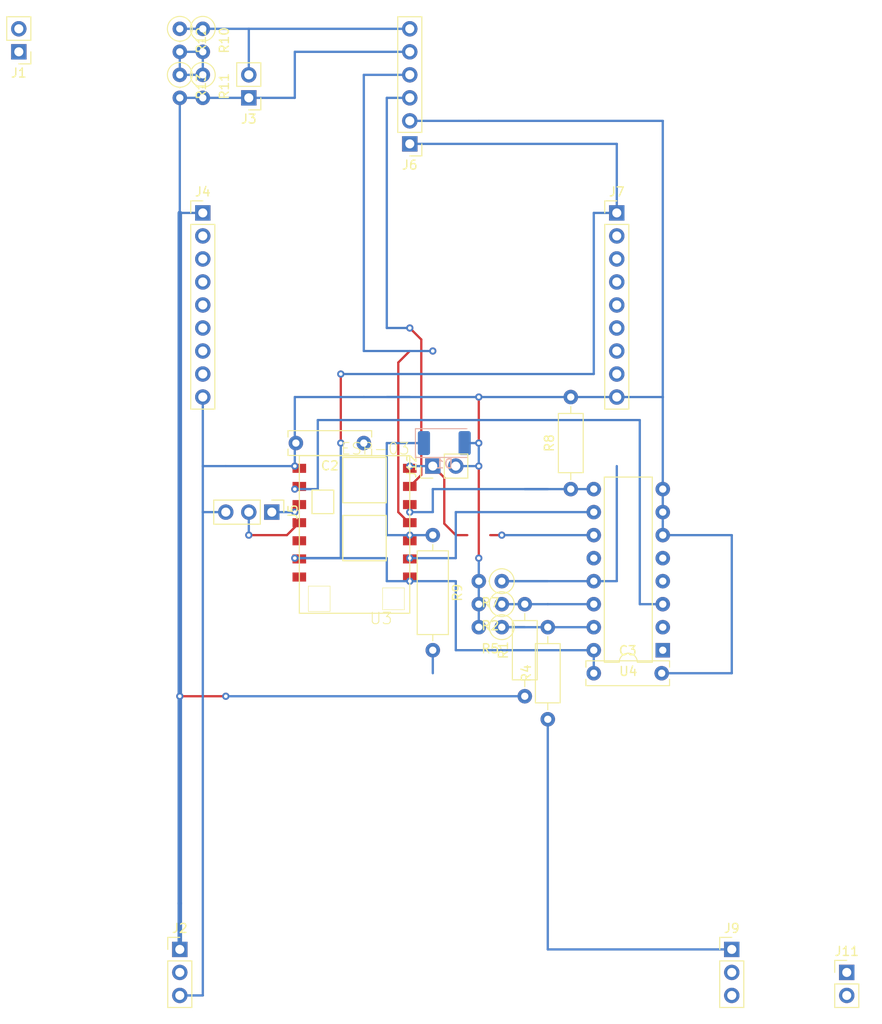
<source format=kicad_pcb>
(kicad_pcb (version 20171130) (host pcbnew 5.1.8+dfsg1-1+b1)

  (general
    (thickness 1.6)
    (drawings 0)
    (tracks 152)
    (zones 0)
    (modules 26)
    (nets 21)
  )

  (page A4)
  (layers
    (0 F.Cu signal)
    (31 B.Cu signal)
    (32 B.Adhes user)
    (33 F.Adhes user)
    (34 B.Paste user)
    (35 F.Paste user)
    (36 B.SilkS user)
    (37 F.SilkS user)
    (38 B.Mask user)
    (39 F.Mask user)
    (40 Dwgs.User user)
    (41 Cmts.User user)
    (42 Eco1.User user)
    (43 Eco2.User user)
    (44 Edge.Cuts user)
    (45 Margin user)
    (46 B.CrtYd user)
    (47 F.CrtYd user)
    (48 B.Fab user)
    (49 F.Fab user)
  )

  (setup
    (last_trace_width 0.25)
    (trace_clearance 0.2)
    (zone_clearance 0.508)
    (zone_45_only no)
    (trace_min 0.2)
    (via_size 0.8)
    (via_drill 0.4)
    (via_min_size 0.4)
    (via_min_drill 0.3)
    (uvia_size 0.3)
    (uvia_drill 0.1)
    (uvias_allowed no)
    (uvia_min_size 0.2)
    (uvia_min_drill 0.1)
    (edge_width 0.05)
    (segment_width 0.2)
    (pcb_text_width 0.3)
    (pcb_text_size 1.5 1.5)
    (mod_edge_width 0.12)
    (mod_text_size 1 1)
    (mod_text_width 0.15)
    (pad_size 1.524 1.524)
    (pad_drill 0.762)
    (pad_to_mask_clearance 0.051)
    (solder_mask_min_width 0.25)
    (aux_axis_origin 0 0)
    (visible_elements FFFFFF7F)
    (pcbplotparams
      (layerselection 0x010fc_ffffffff)
      (usegerberextensions false)
      (usegerberattributes false)
      (usegerberadvancedattributes false)
      (creategerberjobfile false)
      (excludeedgelayer true)
      (linewidth 0.100000)
      (plotframeref false)
      (viasonmask false)
      (mode 1)
      (useauxorigin false)
      (hpglpennumber 1)
      (hpglpenspeed 20)
      (hpglpendiameter 15.000000)
      (psnegative false)
      (psa4output false)
      (plotreference true)
      (plotvalue true)
      (plotinvisibletext false)
      (padsonsilk false)
      (subtractmaskfromsilk false)
      (outputformat 1)
      (mirror false)
      (drillshape 1)
      (scaleselection 1)
      (outputdirectory ""))
  )

  (net 0 "")
  (net 1 GND)
  (net 2 "Net-(R1-Pad2)")
  (net 3 "Net-(R4-Pad2)")
  (net 4 "Net-(J11-Pad1)")
  (net 5 "Net-(R8-Pad1)")
  (net 6 "Net-(J2-Pad1)")
  (net 7 "Net-(J5-Pad1)")
  (net 8 "Net-(D1-Pad1)")
  (net 9 "Net-(J5-Pad2)")
  (net 10 "Net-(U3-Pad2)")
  (net 11 "Net-(J11-Pad2)")
  (net 12 "Net-(J12-Pad1)")
  (net 13 "Net-(U3-Pad9)")
  (net 14 "Net-(J1-Pad2)")
  (net 15 "Net-(C2-Pad1)")
  (net 16 "Net-(R10-Pad2)")
  (net 17 "Net-(J6-Pad3)")
  (net 18 "Net-(R7-Pad1)")
  (net 19 "Net-(J6-Pad4)")
  (net 20 "Net-(C1-Pad2)")

  (net_class Default "Dies ist die voreingestellte Netzklasse."
    (clearance 0.2)
    (trace_width 0.25)
    (via_dia 0.8)
    (via_drill 0.4)
    (uvia_dia 0.3)
    (uvia_drill 0.1)
    (add_net GND)
    (add_net "Net-(C1-Pad2)")
    (add_net "Net-(C2-Pad1)")
    (add_net "Net-(D1-Pad1)")
    (add_net "Net-(J1-Pad2)")
    (add_net "Net-(J11-Pad1)")
    (add_net "Net-(J11-Pad2)")
    (add_net "Net-(J12-Pad1)")
    (add_net "Net-(J2-Pad1)")
    (add_net "Net-(J2-Pad2)")
    (add_net "Net-(J4-Pad2)")
    (add_net "Net-(J4-Pad3)")
    (add_net "Net-(J4-Pad4)")
    (add_net "Net-(J4-Pad5)")
    (add_net "Net-(J4-Pad6)")
    (add_net "Net-(J4-Pad7)")
    (add_net "Net-(J4-Pad8)")
    (add_net "Net-(J5-Pad1)")
    (add_net "Net-(J5-Pad2)")
    (add_net "Net-(J6-Pad3)")
    (add_net "Net-(J6-Pad4)")
    (add_net "Net-(J7-Pad2)")
    (add_net "Net-(J7-Pad3)")
    (add_net "Net-(J7-Pad4)")
    (add_net "Net-(J7-Pad5)")
    (add_net "Net-(J7-Pad6)")
    (add_net "Net-(J7-Pad7)")
    (add_net "Net-(J7-Pad8)")
    (add_net "Net-(J9-Pad2)")
    (add_net "Net-(R1-Pad2)")
    (add_net "Net-(R10-Pad2)")
    (add_net "Net-(R4-Pad2)")
    (add_net "Net-(R7-Pad1)")
    (add_net "Net-(R8-Pad1)")
    (add_net "Net-(U3-Pad2)")
    (add_net "Net-(U3-Pad5)")
    (add_net "Net-(U3-Pad7)")
    (add_net "Net-(U3-Pad9)")
    (add_net "Net-(U4-Pad1)")
    (add_net "Net-(U4-Pad12)")
    (add_net "Net-(U4-Pad2)")
    (add_net "Net-(U4-Pad4)")
    (add_net "Net-(U4-Pad5)")
  )

  (module Diode_SMD:D_2010_5025Metric (layer B.Cu) (tedit 5B301BBE) (tstamp 5F74AF47)
    (at 82.55 116.84)
    (descr "Diode SMD 2010 (5025 Metric), square (rectangular) end terminal, IPC_7351 nominal, (Body size source: http://www.tortai-tech.com/upload/download/2011102023233369053.pdf), generated with kicad-footprint-generator")
    (tags diode)
    (path /5F7784F4)
    (attr smd)
    (fp_text reference D1 (at 0 2.28) (layer B.SilkS)
      (effects (font (size 1 1) (thickness 0.15)) (justify mirror))
    )
    (fp_text value 3V6 (at 0 -2.28) (layer B.Fab)
      (effects (font (size 1 1) (thickness 0.15)) (justify mirror))
    )
    (fp_line (start 3.18 -1.58) (end -3.18 -1.58) (layer B.CrtYd) (width 0.05))
    (fp_line (start 3.18 1.58) (end 3.18 -1.58) (layer B.CrtYd) (width 0.05))
    (fp_line (start -3.18 1.58) (end 3.18 1.58) (layer B.CrtYd) (width 0.05))
    (fp_line (start -3.18 -1.58) (end -3.18 1.58) (layer B.CrtYd) (width 0.05))
    (fp_line (start -3.185 -1.585) (end 2.5 -1.585) (layer B.SilkS) (width 0.12))
    (fp_line (start -3.185 1.585) (end -3.185 -1.585) (layer B.SilkS) (width 0.12))
    (fp_line (start 2.5 1.585) (end -3.185 1.585) (layer B.SilkS) (width 0.12))
    (fp_line (start 2.5 -1.25) (end 2.5 1.25) (layer B.Fab) (width 0.1))
    (fp_line (start -2.5 -1.25) (end 2.5 -1.25) (layer B.Fab) (width 0.1))
    (fp_line (start -2.5 0.625) (end -2.5 -1.25) (layer B.Fab) (width 0.1))
    (fp_line (start -1.875 1.25) (end -2.5 0.625) (layer B.Fab) (width 0.1))
    (fp_line (start 2.5 1.25) (end -1.875 1.25) (layer B.Fab) (width 0.1))
    (fp_text user %R (at 0 0) (layer B.Fab)
      (effects (font (size 1 1) (thickness 0.15)) (justify mirror))
    )
    (pad 2 smd roundrect (at 2.25 0) (size 1.35 2.65) (layers B.Cu B.Paste B.Mask) (roundrect_rratio 0.185185)
      (net 1 GND))
    (pad 1 smd roundrect (at -2.25 0) (size 1.35 2.65) (layers B.Cu B.Paste B.Mask) (roundrect_rratio 0.185185)
      (net 8 "Net-(D1-Pad1)"))
    (model ${KISYS3DMOD}/Diode_SMD.3dshapes/D_2010_5025Metric.wrl
      (at (xyz 0 0 0))
      (scale (xyz 1 1 1))
      (rotate (xyz 0 0 0))
    )
  )

  (module Resistor_THT:R_Axial_DIN0207_L6.3mm_D2.5mm_P2.54mm_Vertical (layer F.Cu) (tedit 5AE5139B) (tstamp 5FBEAE93)
    (at 53.34 76.2 270)
    (descr "Resistor, Axial_DIN0207 series, Axial, Vertical, pin pitch=2.54mm, 0.25W = 1/4W, length*diameter=6.3*2.5mm^2, http://cdn-reichelt.de/documents/datenblatt/B400/1_4W%23YAG.pdf")
    (tags "Resistor Axial_DIN0207 series Axial Vertical pin pitch 2.54mm 0.25W = 1/4W length 6.3mm diameter 2.5mm")
    (path /5FBF6ED4)
    (fp_text reference R13 (at 1.27 -2.37 90) (layer F.SilkS)
      (effects (font (size 1 1) (thickness 0.15)))
    )
    (fp_text value 0,005 (at 1.27 2.37 90) (layer F.Fab)
      (effects (font (size 1 1) (thickness 0.15)))
    )
    (fp_line (start 3.59 -1.5) (end -1.5 -1.5) (layer F.CrtYd) (width 0.05))
    (fp_line (start 3.59 1.5) (end 3.59 -1.5) (layer F.CrtYd) (width 0.05))
    (fp_line (start -1.5 1.5) (end 3.59 1.5) (layer F.CrtYd) (width 0.05))
    (fp_line (start -1.5 -1.5) (end -1.5 1.5) (layer F.CrtYd) (width 0.05))
    (fp_line (start 1.37 0) (end 1.44 0) (layer F.SilkS) (width 0.12))
    (fp_line (start 0 0) (end 2.54 0) (layer F.Fab) (width 0.1))
    (fp_circle (center 0 0) (end 1.37 0) (layer F.SilkS) (width 0.12))
    (fp_circle (center 0 0) (end 1.25 0) (layer F.Fab) (width 0.1))
    (fp_text user %R (at 1.27 -2.37 90) (layer F.Fab)
      (effects (font (size 1 1) (thickness 0.15)))
    )
    (pad 2 thru_hole oval (at 2.54 0 270) (size 1.6 1.6) (drill 0.8) (layers *.Cu *.Mask)
      (net 6 "Net-(J2-Pad1)"))
    (pad 1 thru_hole circle (at 0 0 270) (size 1.6 1.6) (drill 0.8) (layers *.Cu *.Mask)
      (net 16 "Net-(R10-Pad2)"))
    (model ${KISYS3DMOD}/Resistor_THT.3dshapes/R_Axial_DIN0207_L6.3mm_D2.5mm_P2.54mm_Vertical.wrl
      (at (xyz 0 0 0))
      (scale (xyz 1 1 1))
      (rotate (xyz 0 0 0))
    )
  )

  (module Resistor_THT:R_Axial_DIN0207_L6.3mm_D2.5mm_P2.54mm_Vertical (layer F.Cu) (tedit 5AE5139B) (tstamp 5FBEAE7C)
    (at 53.34 71.12 270)
    (descr "Resistor, Axial_DIN0207 series, Axial, Vertical, pin pitch=2.54mm, 0.25W = 1/4W, length*diameter=6.3*2.5mm^2, http://cdn-reichelt.de/documents/datenblatt/B400/1_4W%23YAG.pdf")
    (tags "Resistor Axial_DIN0207 series Axial Vertical pin pitch 2.54mm 0.25W = 1/4W length 6.3mm diameter 2.5mm")
    (path /5FB81672)
    (fp_text reference R12 (at 1.27 -2.37 90) (layer F.SilkS)
      (effects (font (size 1 1) (thickness 0.15)))
    )
    (fp_text value 0,005 (at 1.27 2.37 90) (layer F.Fab)
      (effects (font (size 1 1) (thickness 0.15)))
    )
    (fp_line (start 3.59 -1.5) (end -1.5 -1.5) (layer F.CrtYd) (width 0.05))
    (fp_line (start 3.59 1.5) (end 3.59 -1.5) (layer F.CrtYd) (width 0.05))
    (fp_line (start -1.5 1.5) (end 3.59 1.5) (layer F.CrtYd) (width 0.05))
    (fp_line (start -1.5 -1.5) (end -1.5 1.5) (layer F.CrtYd) (width 0.05))
    (fp_line (start 1.37 0) (end 1.44 0) (layer F.SilkS) (width 0.12))
    (fp_line (start 0 0) (end 2.54 0) (layer F.Fab) (width 0.1))
    (fp_circle (center 0 0) (end 1.37 0) (layer F.SilkS) (width 0.12))
    (fp_circle (center 0 0) (end 1.25 0) (layer F.Fab) (width 0.1))
    (fp_text user %R (at 1.27 -2.37 90) (layer F.Fab)
      (effects (font (size 1 1) (thickness 0.15)))
    )
    (pad 2 thru_hole oval (at 2.54 0 270) (size 1.6 1.6) (drill 0.8) (layers *.Cu *.Mask)
      (net 16 "Net-(R10-Pad2)"))
    (pad 1 thru_hole circle (at 0 0 270) (size 1.6 1.6) (drill 0.8) (layers *.Cu *.Mask)
      (net 14 "Net-(J1-Pad2)"))
    (model ${KISYS3DMOD}/Resistor_THT.3dshapes/R_Axial_DIN0207_L6.3mm_D2.5mm_P2.54mm_Vertical.wrl
      (at (xyz 0 0 0))
      (scale (xyz 1 1 1))
      (rotate (xyz 0 0 0))
    )
  )

  (module Resistor_THT:R_Axial_DIN0207_L6.3mm_D2.5mm_P2.54mm_Vertical (layer F.Cu) (tedit 5AE5139B) (tstamp 5FBEAE65)
    (at 55.88 76.2 270)
    (descr "Resistor, Axial_DIN0207 series, Axial, Vertical, pin pitch=2.54mm, 0.25W = 1/4W, length*diameter=6.3*2.5mm^2, http://cdn-reichelt.de/documents/datenblatt/B400/1_4W%23YAG.pdf")
    (tags "Resistor Axial_DIN0207 series Axial Vertical pin pitch 2.54mm 0.25W = 1/4W length 6.3mm diameter 2.5mm")
    (path /5FBF23EB)
    (fp_text reference R11 (at 1.27 -2.37 90) (layer F.SilkS)
      (effects (font (size 1 1) (thickness 0.15)))
    )
    (fp_text value 0,005 (at 1.27 2.37 90) (layer F.Fab)
      (effects (font (size 1 1) (thickness 0.15)))
    )
    (fp_line (start 3.59 -1.5) (end -1.5 -1.5) (layer F.CrtYd) (width 0.05))
    (fp_line (start 3.59 1.5) (end 3.59 -1.5) (layer F.CrtYd) (width 0.05))
    (fp_line (start -1.5 1.5) (end 3.59 1.5) (layer F.CrtYd) (width 0.05))
    (fp_line (start -1.5 -1.5) (end -1.5 1.5) (layer F.CrtYd) (width 0.05))
    (fp_line (start 1.37 0) (end 1.44 0) (layer F.SilkS) (width 0.12))
    (fp_line (start 0 0) (end 2.54 0) (layer F.Fab) (width 0.1))
    (fp_circle (center 0 0) (end 1.37 0) (layer F.SilkS) (width 0.12))
    (fp_circle (center 0 0) (end 1.25 0) (layer F.Fab) (width 0.1))
    (fp_text user %R (at 1.27 -2.37 90) (layer F.Fab)
      (effects (font (size 1 1) (thickness 0.15)))
    )
    (pad 2 thru_hole oval (at 2.54 0 270) (size 1.6 1.6) (drill 0.8) (layers *.Cu *.Mask)
      (net 6 "Net-(J2-Pad1)"))
    (pad 1 thru_hole circle (at 0 0 270) (size 1.6 1.6) (drill 0.8) (layers *.Cu *.Mask)
      (net 16 "Net-(R10-Pad2)"))
    (model ${KISYS3DMOD}/Resistor_THT.3dshapes/R_Axial_DIN0207_L6.3mm_D2.5mm_P2.54mm_Vertical.wrl
      (at (xyz 0 0 0))
      (scale (xyz 1 1 1))
      (rotate (xyz 0 0 0))
    )
  )

  (module Resistor_THT:R_Axial_DIN0207_L6.3mm_D2.5mm_P2.54mm_Vertical (layer F.Cu) (tedit 5AE5139B) (tstamp 5FBEAE4E)
    (at 55.88 71.12 270)
    (descr "Resistor, Axial_DIN0207 series, Axial, Vertical, pin pitch=2.54mm, 0.25W = 1/4W, length*diameter=6.3*2.5mm^2, http://cdn-reichelt.de/documents/datenblatt/B400/1_4W%23YAG.pdf")
    (tags "Resistor Axial_DIN0207 series Axial Vertical pin pitch 2.54mm 0.25W = 1/4W length 6.3mm diameter 2.5mm")
    (path /5FBF20A1)
    (fp_text reference R10 (at 1.27 -2.37 90) (layer F.SilkS)
      (effects (font (size 1 1) (thickness 0.15)))
    )
    (fp_text value 0,005 (at 1.27 2.37 90) (layer F.Fab)
      (effects (font (size 1 1) (thickness 0.15)))
    )
    (fp_line (start 3.59 -1.5) (end -1.5 -1.5) (layer F.CrtYd) (width 0.05))
    (fp_line (start 3.59 1.5) (end 3.59 -1.5) (layer F.CrtYd) (width 0.05))
    (fp_line (start -1.5 1.5) (end 3.59 1.5) (layer F.CrtYd) (width 0.05))
    (fp_line (start -1.5 -1.5) (end -1.5 1.5) (layer F.CrtYd) (width 0.05))
    (fp_line (start 1.37 0) (end 1.44 0) (layer F.SilkS) (width 0.12))
    (fp_line (start 0 0) (end 2.54 0) (layer F.Fab) (width 0.1))
    (fp_circle (center 0 0) (end 1.37 0) (layer F.SilkS) (width 0.12))
    (fp_circle (center 0 0) (end 1.25 0) (layer F.Fab) (width 0.1))
    (fp_text user %R (at 1.27 -2.37 90) (layer F.Fab)
      (effects (font (size 1 1) (thickness 0.15)))
    )
    (pad 2 thru_hole oval (at 2.54 0 270) (size 1.6 1.6) (drill 0.8) (layers *.Cu *.Mask)
      (net 16 "Net-(R10-Pad2)"))
    (pad 1 thru_hole circle (at 0 0 270) (size 1.6 1.6) (drill 0.8) (layers *.Cu *.Mask)
      (net 14 "Net-(J1-Pad2)"))
    (model ${KISYS3DMOD}/Resistor_THT.3dshapes/R_Axial_DIN0207_L6.3mm_D2.5mm_P2.54mm_Vertical.wrl
      (at (xyz 0 0 0))
      (scale (xyz 1 1 1))
      (rotate (xyz 0 0 0))
    )
  )

  (module Connector_PinHeader_2.54mm:PinHeader_1x09_P2.54mm_Vertical (layer F.Cu) (tedit 59FED5CC) (tstamp 5FBEBEFE)
    (at 101.6 91.44)
    (descr "Through hole straight pin header, 1x09, 2.54mm pitch, single row")
    (tags "Through hole pin header THT 1x09 2.54mm single row")
    (path /5FBFC1BD)
    (fp_text reference J7 (at 0 -2.33) (layer F.SilkS)
      (effects (font (size 1 1) (thickness 0.15)))
    )
    (fp_text value LM2596-OUT (at 0 22.65) (layer F.Fab)
      (effects (font (size 1 1) (thickness 0.15)))
    )
    (fp_line (start 1.8 -1.8) (end -1.8 -1.8) (layer F.CrtYd) (width 0.05))
    (fp_line (start 1.8 22.1) (end 1.8 -1.8) (layer F.CrtYd) (width 0.05))
    (fp_line (start -1.8 22.1) (end 1.8 22.1) (layer F.CrtYd) (width 0.05))
    (fp_line (start -1.8 -1.8) (end -1.8 22.1) (layer F.CrtYd) (width 0.05))
    (fp_line (start -1.33 -1.33) (end 0 -1.33) (layer F.SilkS) (width 0.12))
    (fp_line (start -1.33 0) (end -1.33 -1.33) (layer F.SilkS) (width 0.12))
    (fp_line (start -1.33 1.27) (end 1.33 1.27) (layer F.SilkS) (width 0.12))
    (fp_line (start 1.33 1.27) (end 1.33 21.65) (layer F.SilkS) (width 0.12))
    (fp_line (start -1.33 1.27) (end -1.33 21.65) (layer F.SilkS) (width 0.12))
    (fp_line (start -1.33 21.65) (end 1.33 21.65) (layer F.SilkS) (width 0.12))
    (fp_line (start -1.27 -0.635) (end -0.635 -1.27) (layer F.Fab) (width 0.1))
    (fp_line (start -1.27 21.59) (end -1.27 -0.635) (layer F.Fab) (width 0.1))
    (fp_line (start 1.27 21.59) (end -1.27 21.59) (layer F.Fab) (width 0.1))
    (fp_line (start 1.27 -1.27) (end 1.27 21.59) (layer F.Fab) (width 0.1))
    (fp_line (start -0.635 -1.27) (end 1.27 -1.27) (layer F.Fab) (width 0.1))
    (fp_text user %R (at 0 10.16 90) (layer F.Fab)
      (effects (font (size 1 1) (thickness 0.15)))
    )
    (pad 9 thru_hole oval (at 0 20.32) (size 1.7 1.7) (drill 1) (layers *.Cu *.Mask)
      (net 1 GND))
    (pad 8 thru_hole oval (at 0 17.78) (size 1.7 1.7) (drill 1) (layers *.Cu *.Mask))
    (pad 7 thru_hole oval (at 0 15.24) (size 1.7 1.7) (drill 1) (layers *.Cu *.Mask))
    (pad 6 thru_hole oval (at 0 12.7) (size 1.7 1.7) (drill 1) (layers *.Cu *.Mask))
    (pad 5 thru_hole oval (at 0 10.16) (size 1.7 1.7) (drill 1) (layers *.Cu *.Mask))
    (pad 4 thru_hole oval (at 0 7.62) (size 1.7 1.7) (drill 1) (layers *.Cu *.Mask))
    (pad 3 thru_hole oval (at 0 5.08) (size 1.7 1.7) (drill 1) (layers *.Cu *.Mask))
    (pad 2 thru_hole oval (at 0 2.54) (size 1.7 1.7) (drill 1) (layers *.Cu *.Mask))
    (pad 1 thru_hole rect (at 0 0) (size 1.7 1.7) (drill 1) (layers *.Cu *.Mask)
      (net 15 "Net-(C2-Pad1)"))
    (model ${KISYS3DMOD}/Connector_PinHeader_2.54mm.3dshapes/PinHeader_1x09_P2.54mm_Vertical.wrl
      (at (xyz 0 0 0))
      (scale (xyz 1 1 1))
      (rotate (xyz 0 0 0))
    )
  )

  (module Connector_PinHeader_2.54mm:PinHeader_1x06_P2.54mm_Vertical (layer F.Cu) (tedit 59FED5CC) (tstamp 5FBEBEE1)
    (at 78.74 83.82 180)
    (descr "Through hole straight pin header, 1x06, 2.54mm pitch, single row")
    (tags "Through hole pin header THT 1x06 2.54mm single row")
    (path /5FC3BDF1)
    (fp_text reference J6 (at 0 -2.33) (layer F.SilkS)
      (effects (font (size 1 1) (thickness 0.15)))
    )
    (fp_text value INA219 (at 0 15.03) (layer F.Fab)
      (effects (font (size 1 1) (thickness 0.15)))
    )
    (fp_line (start 1.8 -1.8) (end -1.8 -1.8) (layer F.CrtYd) (width 0.05))
    (fp_line (start 1.8 14.5) (end 1.8 -1.8) (layer F.CrtYd) (width 0.05))
    (fp_line (start -1.8 14.5) (end 1.8 14.5) (layer F.CrtYd) (width 0.05))
    (fp_line (start -1.8 -1.8) (end -1.8 14.5) (layer F.CrtYd) (width 0.05))
    (fp_line (start -1.33 -1.33) (end 0 -1.33) (layer F.SilkS) (width 0.12))
    (fp_line (start -1.33 0) (end -1.33 -1.33) (layer F.SilkS) (width 0.12))
    (fp_line (start -1.33 1.27) (end 1.33 1.27) (layer F.SilkS) (width 0.12))
    (fp_line (start 1.33 1.27) (end 1.33 14.03) (layer F.SilkS) (width 0.12))
    (fp_line (start -1.33 1.27) (end -1.33 14.03) (layer F.SilkS) (width 0.12))
    (fp_line (start -1.33 14.03) (end 1.33 14.03) (layer F.SilkS) (width 0.12))
    (fp_line (start -1.27 -0.635) (end -0.635 -1.27) (layer F.Fab) (width 0.1))
    (fp_line (start -1.27 13.97) (end -1.27 -0.635) (layer F.Fab) (width 0.1))
    (fp_line (start 1.27 13.97) (end -1.27 13.97) (layer F.Fab) (width 0.1))
    (fp_line (start 1.27 -1.27) (end 1.27 13.97) (layer F.Fab) (width 0.1))
    (fp_line (start -0.635 -1.27) (end 1.27 -1.27) (layer F.Fab) (width 0.1))
    (fp_text user %R (at 0 6.35 90) (layer F.Fab)
      (effects (font (size 1 1) (thickness 0.15)))
    )
    (pad 6 thru_hole oval (at 0 12.7 180) (size 1.7 1.7) (drill 1) (layers *.Cu *.Mask)
      (net 14 "Net-(J1-Pad2)"))
    (pad 5 thru_hole oval (at 0 10.16 180) (size 1.7 1.7) (drill 1) (layers *.Cu *.Mask)
      (net 6 "Net-(J2-Pad1)"))
    (pad 4 thru_hole oval (at 0 7.62 180) (size 1.7 1.7) (drill 1) (layers *.Cu *.Mask)
      (net 19 "Net-(J6-Pad4)"))
    (pad 3 thru_hole oval (at 0 5.08 180) (size 1.7 1.7) (drill 1) (layers *.Cu *.Mask)
      (net 17 "Net-(J6-Pad3)"))
    (pad 2 thru_hole oval (at 0 2.54 180) (size 1.7 1.7) (drill 1) (layers *.Cu *.Mask)
      (net 1 GND))
    (pad 1 thru_hole rect (at 0 0 180) (size 1.7 1.7) (drill 1) (layers *.Cu *.Mask)
      (net 15 "Net-(C2-Pad1)"))
    (model ${KISYS3DMOD}/Connector_PinHeader_2.54mm.3dshapes/PinHeader_1x06_P2.54mm_Vertical.wrl
      (at (xyz 0 0 0))
      (scale (xyz 1 1 1))
      (rotate (xyz 0 0 0))
    )
  )

  (module Connector_PinHeader_2.54mm:PinHeader_1x09_P2.54mm_Vertical (layer F.Cu) (tedit 59FED5CC) (tstamp 5FBEBE9B)
    (at 55.88 91.44)
    (descr "Through hole straight pin header, 1x09, 2.54mm pitch, single row")
    (tags "Through hole pin header THT 1x09 2.54mm single row")
    (path /5FBEA2EF)
    (fp_text reference J4 (at 0 -2.33) (layer F.SilkS)
      (effects (font (size 1 1) (thickness 0.15)))
    )
    (fp_text value LM2596-IN (at 0 22.65) (layer F.Fab)
      (effects (font (size 1 1) (thickness 0.15)))
    )
    (fp_line (start 1.8 -1.8) (end -1.8 -1.8) (layer F.CrtYd) (width 0.05))
    (fp_line (start 1.8 22.1) (end 1.8 -1.8) (layer F.CrtYd) (width 0.05))
    (fp_line (start -1.8 22.1) (end 1.8 22.1) (layer F.CrtYd) (width 0.05))
    (fp_line (start -1.8 -1.8) (end -1.8 22.1) (layer F.CrtYd) (width 0.05))
    (fp_line (start -1.33 -1.33) (end 0 -1.33) (layer F.SilkS) (width 0.12))
    (fp_line (start -1.33 0) (end -1.33 -1.33) (layer F.SilkS) (width 0.12))
    (fp_line (start -1.33 1.27) (end 1.33 1.27) (layer F.SilkS) (width 0.12))
    (fp_line (start 1.33 1.27) (end 1.33 21.65) (layer F.SilkS) (width 0.12))
    (fp_line (start -1.33 1.27) (end -1.33 21.65) (layer F.SilkS) (width 0.12))
    (fp_line (start -1.33 21.65) (end 1.33 21.65) (layer F.SilkS) (width 0.12))
    (fp_line (start -1.27 -0.635) (end -0.635 -1.27) (layer F.Fab) (width 0.1))
    (fp_line (start -1.27 21.59) (end -1.27 -0.635) (layer F.Fab) (width 0.1))
    (fp_line (start 1.27 21.59) (end -1.27 21.59) (layer F.Fab) (width 0.1))
    (fp_line (start 1.27 -1.27) (end 1.27 21.59) (layer F.Fab) (width 0.1))
    (fp_line (start -0.635 -1.27) (end 1.27 -1.27) (layer F.Fab) (width 0.1))
    (fp_text user %R (at 0 10.16 90) (layer F.Fab)
      (effects (font (size 1 1) (thickness 0.15)))
    )
    (pad 9 thru_hole oval (at 0 20.32) (size 1.7 1.7) (drill 1) (layers *.Cu *.Mask)
      (net 1 GND))
    (pad 8 thru_hole oval (at 0 17.78) (size 1.7 1.7) (drill 1) (layers *.Cu *.Mask))
    (pad 7 thru_hole oval (at 0 15.24) (size 1.7 1.7) (drill 1) (layers *.Cu *.Mask))
    (pad 6 thru_hole oval (at 0 12.7) (size 1.7 1.7) (drill 1) (layers *.Cu *.Mask))
    (pad 5 thru_hole oval (at 0 10.16) (size 1.7 1.7) (drill 1) (layers *.Cu *.Mask))
    (pad 4 thru_hole oval (at 0 7.62) (size 1.7 1.7) (drill 1) (layers *.Cu *.Mask))
    (pad 3 thru_hole oval (at 0 5.08) (size 1.7 1.7) (drill 1) (layers *.Cu *.Mask))
    (pad 2 thru_hole oval (at 0 2.54) (size 1.7 1.7) (drill 1) (layers *.Cu *.Mask))
    (pad 1 thru_hole rect (at 0 0) (size 1.7 1.7) (drill 1) (layers *.Cu *.Mask)
      (net 6 "Net-(J2-Pad1)"))
    (model ${KISYS3DMOD}/Connector_PinHeader_2.54mm.3dshapes/PinHeader_1x09_P2.54mm_Vertical.wrl
      (at (xyz 0 0 0))
      (scale (xyz 1 1 1))
      (rotate (xyz 0 0 0))
    )
  )

  (module Connector_PinHeader_2.54mm:PinHeader_1x02_P2.54mm_Vertical (layer F.Cu) (tedit 59FED5CC) (tstamp 5FBEAC5B)
    (at 60.96 78.74 180)
    (descr "Through hole straight pin header, 1x02, 2.54mm pitch, single row")
    (tags "Through hole pin header THT 1x02 2.54mm single row")
    (path /5FC2A61B)
    (fp_text reference J3 (at 0 -2.33) (layer F.SilkS)
      (effects (font (size 1 1) (thickness 0.15)))
    )
    (fp_text value INA219 (at 0 4.87) (layer F.Fab)
      (effects (font (size 1 1) (thickness 0.15)))
    )
    (fp_line (start 1.8 -1.8) (end -1.8 -1.8) (layer F.CrtYd) (width 0.05))
    (fp_line (start 1.8 4.35) (end 1.8 -1.8) (layer F.CrtYd) (width 0.05))
    (fp_line (start -1.8 4.35) (end 1.8 4.35) (layer F.CrtYd) (width 0.05))
    (fp_line (start -1.8 -1.8) (end -1.8 4.35) (layer F.CrtYd) (width 0.05))
    (fp_line (start -1.33 -1.33) (end 0 -1.33) (layer F.SilkS) (width 0.12))
    (fp_line (start -1.33 0) (end -1.33 -1.33) (layer F.SilkS) (width 0.12))
    (fp_line (start -1.33 1.27) (end 1.33 1.27) (layer F.SilkS) (width 0.12))
    (fp_line (start 1.33 1.27) (end 1.33 3.87) (layer F.SilkS) (width 0.12))
    (fp_line (start -1.33 1.27) (end -1.33 3.87) (layer F.SilkS) (width 0.12))
    (fp_line (start -1.33 3.87) (end 1.33 3.87) (layer F.SilkS) (width 0.12))
    (fp_line (start -1.27 -0.635) (end -0.635 -1.27) (layer F.Fab) (width 0.1))
    (fp_line (start -1.27 3.81) (end -1.27 -0.635) (layer F.Fab) (width 0.1))
    (fp_line (start 1.27 3.81) (end -1.27 3.81) (layer F.Fab) (width 0.1))
    (fp_line (start 1.27 -1.27) (end 1.27 3.81) (layer F.Fab) (width 0.1))
    (fp_line (start -0.635 -1.27) (end 1.27 -1.27) (layer F.Fab) (width 0.1))
    (fp_text user %R (at 0 1.27 90) (layer F.Fab)
      (effects (font (size 1 1) (thickness 0.15)))
    )
    (pad 2 thru_hole oval (at 0 2.54 180) (size 1.7 1.7) (drill 1) (layers *.Cu *.Mask)
      (net 14 "Net-(J1-Pad2)"))
    (pad 1 thru_hole rect (at 0 0 180) (size 1.7 1.7) (drill 1) (layers *.Cu *.Mask)
      (net 6 "Net-(J2-Pad1)"))
    (model ${KISYS3DMOD}/Connector_PinHeader_2.54mm.3dshapes/PinHeader_1x02_P2.54mm_Vertical.wrl
      (at (xyz 0 0 0))
      (scale (xyz 1 1 1))
      (rotate (xyz 0 0 0))
    )
  )

  (module Capacitor_THT:C_Rect_L9.0mm_W2.5mm_P7.50mm_MKT (layer F.Cu) (tedit 5AE50EF0) (tstamp 5FA7C62D)
    (at 99.06 142.24)
    (descr "C, Rect series, Radial, pin pitch=7.50mm, , length*width=9*2.5mm^2, Capacitor, https://en.tdk.eu/inf/20/20/db/fc_2009/MKT_B32560_564.pdf")
    (tags "C Rect series Radial pin pitch 7.50mm  length 9mm width 2.5mm Capacitor")
    (path /5FA85EFE)
    (fp_text reference C3 (at 3.75 -2.5) (layer F.SilkS)
      (effects (font (size 1 1) (thickness 0.15)))
    )
    (fp_text value 100n (at 3.75 2.5) (layer F.Fab)
      (effects (font (size 1 1) (thickness 0.15)))
    )
    (fp_line (start 8.55 -1.5) (end -1.05 -1.5) (layer F.CrtYd) (width 0.05))
    (fp_line (start 8.55 1.5) (end 8.55 -1.5) (layer F.CrtYd) (width 0.05))
    (fp_line (start -1.05 1.5) (end 8.55 1.5) (layer F.CrtYd) (width 0.05))
    (fp_line (start -1.05 -1.5) (end -1.05 1.5) (layer F.CrtYd) (width 0.05))
    (fp_line (start 8.37 0.665) (end 8.37 1.37) (layer F.SilkS) (width 0.12))
    (fp_line (start 8.37 -1.37) (end 8.37 -0.665) (layer F.SilkS) (width 0.12))
    (fp_line (start -0.87 0.665) (end -0.87 1.37) (layer F.SilkS) (width 0.12))
    (fp_line (start -0.87 -1.37) (end -0.87 -0.665) (layer F.SilkS) (width 0.12))
    (fp_line (start -0.87 1.37) (end 8.37 1.37) (layer F.SilkS) (width 0.12))
    (fp_line (start -0.87 -1.37) (end 8.37 -1.37) (layer F.SilkS) (width 0.12))
    (fp_line (start 8.25 -1.25) (end -0.75 -1.25) (layer F.Fab) (width 0.1))
    (fp_line (start 8.25 1.25) (end 8.25 -1.25) (layer F.Fab) (width 0.1))
    (fp_line (start -0.75 1.25) (end 8.25 1.25) (layer F.Fab) (width 0.1))
    (fp_line (start -0.75 -1.25) (end -0.75 1.25) (layer F.Fab) (width 0.1))
    (fp_text user %R (at 3.75 0) (layer F.Fab)
      (effects (font (size 1 1) (thickness 0.15)))
    )
    (pad 2 thru_hole circle (at 7.5 0) (size 1.6 1.6) (drill 0.8) (layers *.Cu *.Mask)
      (net 1 GND))
    (pad 1 thru_hole circle (at 0 0) (size 1.6 1.6) (drill 0.8) (layers *.Cu *.Mask)
      (net 15 "Net-(C2-Pad1)"))
    (model ${KISYS3DMOD}/Capacitor_THT.3dshapes/C_Rect_L9.0mm_W2.5mm_P7.50mm_MKT.wrl
      (at (xyz 0 0 0))
      (scale (xyz 1 1 1))
      (rotate (xyz 0 0 0))
    )
  )

  (module Capacitor_THT:C_Rect_L9.0mm_W2.5mm_P7.50mm_MKT (layer F.Cu) (tedit 5AE50EF0) (tstamp 5FA7C124)
    (at 73.66 116.84 180)
    (descr "C, Rect series, Radial, pin pitch=7.50mm, , length*width=9*2.5mm^2, Capacitor, https://en.tdk.eu/inf/20/20/db/fc_2009/MKT_B32560_564.pdf")
    (tags "C Rect series Radial pin pitch 7.50mm  length 9mm width 2.5mm Capacitor")
    (path /5FA8004D)
    (fp_text reference C2 (at 3.75 -2.5) (layer F.SilkS)
      (effects (font (size 1 1) (thickness 0.15)))
    )
    (fp_text value 100n (at 3.75 2.5) (layer F.Fab)
      (effects (font (size 1 1) (thickness 0.15)))
    )
    (fp_line (start 8.55 -1.5) (end -1.05 -1.5) (layer F.CrtYd) (width 0.05))
    (fp_line (start 8.55 1.5) (end 8.55 -1.5) (layer F.CrtYd) (width 0.05))
    (fp_line (start -1.05 1.5) (end 8.55 1.5) (layer F.CrtYd) (width 0.05))
    (fp_line (start -1.05 -1.5) (end -1.05 1.5) (layer F.CrtYd) (width 0.05))
    (fp_line (start 8.37 0.665) (end 8.37 1.37) (layer F.SilkS) (width 0.12))
    (fp_line (start 8.37 -1.37) (end 8.37 -0.665) (layer F.SilkS) (width 0.12))
    (fp_line (start -0.87 0.665) (end -0.87 1.37) (layer F.SilkS) (width 0.12))
    (fp_line (start -0.87 -1.37) (end -0.87 -0.665) (layer F.SilkS) (width 0.12))
    (fp_line (start -0.87 1.37) (end 8.37 1.37) (layer F.SilkS) (width 0.12))
    (fp_line (start -0.87 -1.37) (end 8.37 -1.37) (layer F.SilkS) (width 0.12))
    (fp_line (start 8.25 -1.25) (end -0.75 -1.25) (layer F.Fab) (width 0.1))
    (fp_line (start 8.25 1.25) (end 8.25 -1.25) (layer F.Fab) (width 0.1))
    (fp_line (start -0.75 1.25) (end 8.25 1.25) (layer F.Fab) (width 0.1))
    (fp_line (start -0.75 -1.25) (end -0.75 1.25) (layer F.Fab) (width 0.1))
    (fp_text user %R (at 3.75 0) (layer F.Fab)
      (effects (font (size 1 1) (thickness 0.15)))
    )
    (pad 2 thru_hole circle (at 7.5 0 180) (size 1.6 1.6) (drill 0.8) (layers *.Cu *.Mask)
      (net 1 GND))
    (pad 1 thru_hole circle (at 0 0 180) (size 1.6 1.6) (drill 0.8) (layers *.Cu *.Mask)
      (net 15 "Net-(C2-Pad1)"))
    (model ${KISYS3DMOD}/Capacitor_THT.3dshapes/C_Rect_L9.0mm_W2.5mm_P7.50mm_MKT.wrl
      (at (xyz 0 0 0))
      (scale (xyz 1 1 1))
      (rotate (xyz 0 0 0))
    )
  )

  (module Resistor_THT:R_Axial_DIN0309_L9.0mm_D3.2mm_P12.70mm_Horizontal (layer F.Cu) (tedit 5AE5139B) (tstamp 5FA1938B)
    (at 81.28 127 270)
    (descr "Resistor, Axial_DIN0309 series, Axial, Horizontal, pin pitch=12.7mm, 0.5W = 1/2W, length*diameter=9*3.2mm^2, http://cdn-reichelt.de/documents/datenblatt/B400/1_4W%23YAG.pdf")
    (tags "Resistor Axial_DIN0309 series Axial Horizontal pin pitch 12.7mm 0.5W = 1/2W length 9mm diameter 3.2mm")
    (path /5FA1DA9B)
    (fp_text reference R9 (at 6.35 -2.72 90) (layer F.SilkS)
      (effects (font (size 1 1) (thickness 0.15)))
    )
    (fp_text value 1k2 (at 6.35 2.72 90) (layer F.Fab)
      (effects (font (size 1 1) (thickness 0.15)))
    )
    (fp_line (start 13.75 -1.85) (end -1.05 -1.85) (layer F.CrtYd) (width 0.05))
    (fp_line (start 13.75 1.85) (end 13.75 -1.85) (layer F.CrtYd) (width 0.05))
    (fp_line (start -1.05 1.85) (end 13.75 1.85) (layer F.CrtYd) (width 0.05))
    (fp_line (start -1.05 -1.85) (end -1.05 1.85) (layer F.CrtYd) (width 0.05))
    (fp_line (start 11.66 0) (end 10.97 0) (layer F.SilkS) (width 0.12))
    (fp_line (start 1.04 0) (end 1.73 0) (layer F.SilkS) (width 0.12))
    (fp_line (start 10.97 -1.72) (end 1.73 -1.72) (layer F.SilkS) (width 0.12))
    (fp_line (start 10.97 1.72) (end 10.97 -1.72) (layer F.SilkS) (width 0.12))
    (fp_line (start 1.73 1.72) (end 10.97 1.72) (layer F.SilkS) (width 0.12))
    (fp_line (start 1.73 -1.72) (end 1.73 1.72) (layer F.SilkS) (width 0.12))
    (fp_line (start 12.7 0) (end 10.85 0) (layer F.Fab) (width 0.1))
    (fp_line (start 0 0) (end 1.85 0) (layer F.Fab) (width 0.1))
    (fp_line (start 10.85 -1.6) (end 1.85 -1.6) (layer F.Fab) (width 0.1))
    (fp_line (start 10.85 1.6) (end 10.85 -1.6) (layer F.Fab) (width 0.1))
    (fp_line (start 1.85 1.6) (end 10.85 1.6) (layer F.Fab) (width 0.1))
    (fp_line (start 1.85 -1.6) (end 1.85 1.6) (layer F.Fab) (width 0.1))
    (fp_text user %R (at 6.35 0 90) (layer F.Fab)
      (effects (font (size 1 1) (thickness 0.15)))
    )
    (pad 2 thru_hole oval (at 12.7 0 270) (size 1.6 1.6) (drill 0.8) (layers *.Cu *.Mask))
    (pad 1 thru_hole circle (at 0 0 270) (size 1.6 1.6) (drill 0.8) (layers *.Cu *.Mask)
      (net 8 "Net-(D1-Pad1)"))
    (model ${KISYS3DMOD}/Resistor_THT.3dshapes/R_Axial_DIN0309_L9.0mm_D3.2mm_P12.70mm_Horizontal.wrl
      (at (xyz 0 0 0))
      (scale (xyz 1 1 1))
      (rotate (xyz 0 0 0))
    )
  )

  (module Connector_PinHeader_2.54mm:PinHeader_1x02_P2.54mm_Vertical (layer F.Cu) (tedit 59FED5CC) (tstamp 5F7511C1)
    (at 35.56 73.66 180)
    (descr "Through hole straight pin header, 1x02, 2.54mm pitch, single row")
    (tags "Through hole pin header THT 1x02 2.54mm single row")
    (path /5F8DF216)
    (fp_text reference J1 (at 0 -2.33) (layer F.SilkS)
      (effects (font (size 1 1) (thickness 0.15)))
    )
    (fp_text value Solar (at 0 4.87) (layer F.Fab)
      (effects (font (size 1 1) (thickness 0.15)))
    )
    (fp_line (start 1.8 -1.8) (end -1.8 -1.8) (layer F.CrtYd) (width 0.05))
    (fp_line (start 1.8 4.35) (end 1.8 -1.8) (layer F.CrtYd) (width 0.05))
    (fp_line (start -1.8 4.35) (end 1.8 4.35) (layer F.CrtYd) (width 0.05))
    (fp_line (start -1.8 -1.8) (end -1.8 4.35) (layer F.CrtYd) (width 0.05))
    (fp_line (start -1.33 -1.33) (end 0 -1.33) (layer F.SilkS) (width 0.12))
    (fp_line (start -1.33 0) (end -1.33 -1.33) (layer F.SilkS) (width 0.12))
    (fp_line (start -1.33 1.27) (end 1.33 1.27) (layer F.SilkS) (width 0.12))
    (fp_line (start 1.33 1.27) (end 1.33 3.87) (layer F.SilkS) (width 0.12))
    (fp_line (start -1.33 1.27) (end -1.33 3.87) (layer F.SilkS) (width 0.12))
    (fp_line (start -1.33 3.87) (end 1.33 3.87) (layer F.SilkS) (width 0.12))
    (fp_line (start -1.27 -0.635) (end -0.635 -1.27) (layer F.Fab) (width 0.1))
    (fp_line (start -1.27 3.81) (end -1.27 -0.635) (layer F.Fab) (width 0.1))
    (fp_line (start 1.27 3.81) (end -1.27 3.81) (layer F.Fab) (width 0.1))
    (fp_line (start 1.27 -1.27) (end 1.27 3.81) (layer F.Fab) (width 0.1))
    (fp_line (start -0.635 -1.27) (end 1.27 -1.27) (layer F.Fab) (width 0.1))
    (fp_text user %R (at 0 1.27 90) (layer F.Fab)
      (effects (font (size 1 1) (thickness 0.15)))
    )
    (pad 2 thru_hole oval (at 0 2.54 180) (size 1.7 1.7) (drill 1) (layers *.Cu *.Mask)
      (net 14 "Net-(J1-Pad2)"))
    (pad 1 thru_hole rect (at 0 0 180) (size 1.7 1.7) (drill 1) (layers *.Cu *.Mask)
      (net 1 GND))
    (model ${KISYS3DMOD}/Connector_PinHeader_2.54mm.3dshapes/PinHeader_1x02_P2.54mm_Vertical.wrl
      (at (xyz 0 0 0))
      (scale (xyz 1 1 1))
      (rotate (xyz 0 0 0))
    )
  )

  (module Resistor_THT:R_Axial_DIN0207_L6.3mm_D2.5mm_P10.16mm_Horizontal (layer F.Cu) (tedit 5AE5139B) (tstamp 5F749B18)
    (at 96.52 121.92 90)
    (descr "Resistor, Axial_DIN0207 series, Axial, Horizontal, pin pitch=10.16mm, 0.25W = 1/4W, length*diameter=6.3*2.5mm^2, http://cdn-reichelt.de/documents/datenblatt/B400/1_4W%23YAG.pdf")
    (tags "Resistor Axial_DIN0207 series Axial Horizontal pin pitch 10.16mm 0.25W = 1/4W length 6.3mm diameter 2.5mm")
    (path /5F7516B2)
    (fp_text reference R8 (at 5.08 -2.37 90) (layer F.SilkS)
      (effects (font (size 1 1) (thickness 0.15)))
    )
    (fp_text value 2k2 (at 5.08 2.37 90) (layer F.Fab)
      (effects (font (size 1 1) (thickness 0.15)))
    )
    (fp_line (start 11.21 -1.5) (end -1.05 -1.5) (layer F.CrtYd) (width 0.05))
    (fp_line (start 11.21 1.5) (end 11.21 -1.5) (layer F.CrtYd) (width 0.05))
    (fp_line (start -1.05 1.5) (end 11.21 1.5) (layer F.CrtYd) (width 0.05))
    (fp_line (start -1.05 -1.5) (end -1.05 1.5) (layer F.CrtYd) (width 0.05))
    (fp_line (start 9.12 0) (end 8.35 0) (layer F.SilkS) (width 0.12))
    (fp_line (start 1.04 0) (end 1.81 0) (layer F.SilkS) (width 0.12))
    (fp_line (start 8.35 -1.37) (end 1.81 -1.37) (layer F.SilkS) (width 0.12))
    (fp_line (start 8.35 1.37) (end 8.35 -1.37) (layer F.SilkS) (width 0.12))
    (fp_line (start 1.81 1.37) (end 8.35 1.37) (layer F.SilkS) (width 0.12))
    (fp_line (start 1.81 -1.37) (end 1.81 1.37) (layer F.SilkS) (width 0.12))
    (fp_line (start 10.16 0) (end 8.23 0) (layer F.Fab) (width 0.1))
    (fp_line (start 0 0) (end 1.93 0) (layer F.Fab) (width 0.1))
    (fp_line (start 8.23 -1.25) (end 1.93 -1.25) (layer F.Fab) (width 0.1))
    (fp_line (start 8.23 1.25) (end 8.23 -1.25) (layer F.Fab) (width 0.1))
    (fp_line (start 1.93 1.25) (end 8.23 1.25) (layer F.Fab) (width 0.1))
    (fp_line (start 1.93 -1.25) (end 1.93 1.25) (layer F.Fab) (width 0.1))
    (fp_text user %R (at 5.08 0 90) (layer F.Fab)
      (effects (font (size 1 1) (thickness 0.15)))
    )
    (pad 2 thru_hole oval (at 10.16 0 90) (size 1.6 1.6) (drill 0.8) (layers *.Cu *.Mask)
      (net 1 GND))
    (pad 1 thru_hole circle (at 0 0 90) (size 1.6 1.6) (drill 0.8) (layers *.Cu *.Mask)
      (net 5 "Net-(R8-Pad1)"))
    (model ${KISYS3DMOD}/Resistor_THT.3dshapes/R_Axial_DIN0207_L6.3mm_D2.5mm_P10.16mm_Horizontal.wrl
      (at (xyz 0 0 0))
      (scale (xyz 1 1 1))
      (rotate (xyz 0 0 0))
    )
  )

  (module Resistor_THT:R_Axial_DIN0207_L6.3mm_D2.5mm_P10.16mm_Horizontal (layer F.Cu) (tedit 5AE5139B) (tstamp 5F749ADC)
    (at 93.98 147.32 90)
    (descr "Resistor, Axial_DIN0207 series, Axial, Horizontal, pin pitch=10.16mm, 0.25W = 1/4W, length*diameter=6.3*2.5mm^2, http://cdn-reichelt.de/documents/datenblatt/B400/1_4W%23YAG.pdf")
    (tags "Resistor Axial_DIN0207 series Axial Horizontal pin pitch 10.16mm 0.25W = 1/4W length 6.3mm diameter 2.5mm")
    (path /5F707324)
    (fp_text reference R4 (at 5.08 -2.37 90) (layer F.SilkS)
      (effects (font (size 1 1) (thickness 0.15)))
    )
    (fp_text value 120k (at 5.08 2.37 90) (layer F.Fab)
      (effects (font (size 1 1) (thickness 0.15)))
    )
    (fp_line (start 11.21 -1.5) (end -1.05 -1.5) (layer F.CrtYd) (width 0.05))
    (fp_line (start 11.21 1.5) (end 11.21 -1.5) (layer F.CrtYd) (width 0.05))
    (fp_line (start -1.05 1.5) (end 11.21 1.5) (layer F.CrtYd) (width 0.05))
    (fp_line (start -1.05 -1.5) (end -1.05 1.5) (layer F.CrtYd) (width 0.05))
    (fp_line (start 9.12 0) (end 8.35 0) (layer F.SilkS) (width 0.12))
    (fp_line (start 1.04 0) (end 1.81 0) (layer F.SilkS) (width 0.12))
    (fp_line (start 8.35 -1.37) (end 1.81 -1.37) (layer F.SilkS) (width 0.12))
    (fp_line (start 8.35 1.37) (end 8.35 -1.37) (layer F.SilkS) (width 0.12))
    (fp_line (start 1.81 1.37) (end 8.35 1.37) (layer F.SilkS) (width 0.12))
    (fp_line (start 1.81 -1.37) (end 1.81 1.37) (layer F.SilkS) (width 0.12))
    (fp_line (start 10.16 0) (end 8.23 0) (layer F.Fab) (width 0.1))
    (fp_line (start 0 0) (end 1.93 0) (layer F.Fab) (width 0.1))
    (fp_line (start 8.23 -1.25) (end 1.93 -1.25) (layer F.Fab) (width 0.1))
    (fp_line (start 8.23 1.25) (end 8.23 -1.25) (layer F.Fab) (width 0.1))
    (fp_line (start 1.93 1.25) (end 8.23 1.25) (layer F.Fab) (width 0.1))
    (fp_line (start 1.93 -1.25) (end 1.93 1.25) (layer F.Fab) (width 0.1))
    (fp_text user %R (at 5.08 0 90) (layer F.Fab)
      (effects (font (size 1 1) (thickness 0.15)))
    )
    (pad 2 thru_hole oval (at 10.16 0 90) (size 1.6 1.6) (drill 0.8) (layers *.Cu *.Mask)
      (net 3 "Net-(R4-Pad2)"))
    (pad 1 thru_hole circle (at 0 0 90) (size 1.6 1.6) (drill 0.8) (layers *.Cu *.Mask)
      (net 4 "Net-(J11-Pad1)"))
    (model ${KISYS3DMOD}/Resistor_THT.3dshapes/R_Axial_DIN0207_L6.3mm_D2.5mm_P10.16mm_Horizontal.wrl
      (at (xyz 0 0 0))
      (scale (xyz 1 1 1))
      (rotate (xyz 0 0 0))
    )
  )

  (module Resistor_THT:R_Axial_DIN0207_L6.3mm_D2.5mm_P10.16mm_Horizontal (layer F.Cu) (tedit 5AE5139B) (tstamp 5F74D795)
    (at 91.44 144.78 90)
    (descr "Resistor, Axial_DIN0207 series, Axial, Horizontal, pin pitch=10.16mm, 0.25W = 1/4W, length*diameter=6.3*2.5mm^2, http://cdn-reichelt.de/documents/datenblatt/B400/1_4W%23YAG.pdf")
    (tags "Resistor Axial_DIN0207 series Axial Horizontal pin pitch 10.16mm 0.25W = 1/4W length 6.3mm diameter 2.5mm")
    (path /5F6996B1)
    (fp_text reference R1 (at 5.08 -2.37 90) (layer F.SilkS)
      (effects (font (size 1 1) (thickness 0.15)))
    )
    (fp_text value 56k (at 5.08 2.37 90) (layer F.Fab)
      (effects (font (size 1 1) (thickness 0.15)))
    )
    (fp_line (start 11.21 -1.5) (end -1.05 -1.5) (layer F.CrtYd) (width 0.05))
    (fp_line (start 11.21 1.5) (end 11.21 -1.5) (layer F.CrtYd) (width 0.05))
    (fp_line (start -1.05 1.5) (end 11.21 1.5) (layer F.CrtYd) (width 0.05))
    (fp_line (start -1.05 -1.5) (end -1.05 1.5) (layer F.CrtYd) (width 0.05))
    (fp_line (start 9.12 0) (end 8.35 0) (layer F.SilkS) (width 0.12))
    (fp_line (start 1.04 0) (end 1.81 0) (layer F.SilkS) (width 0.12))
    (fp_line (start 8.35 -1.37) (end 1.81 -1.37) (layer F.SilkS) (width 0.12))
    (fp_line (start 8.35 1.37) (end 8.35 -1.37) (layer F.SilkS) (width 0.12))
    (fp_line (start 1.81 1.37) (end 8.35 1.37) (layer F.SilkS) (width 0.12))
    (fp_line (start 1.81 -1.37) (end 1.81 1.37) (layer F.SilkS) (width 0.12))
    (fp_line (start 10.16 0) (end 8.23 0) (layer F.Fab) (width 0.1))
    (fp_line (start 0 0) (end 1.93 0) (layer F.Fab) (width 0.1))
    (fp_line (start 8.23 -1.25) (end 1.93 -1.25) (layer F.Fab) (width 0.1))
    (fp_line (start 8.23 1.25) (end 8.23 -1.25) (layer F.Fab) (width 0.1))
    (fp_line (start 1.93 1.25) (end 8.23 1.25) (layer F.Fab) (width 0.1))
    (fp_line (start 1.93 -1.25) (end 1.93 1.25) (layer F.Fab) (width 0.1))
    (fp_text user %R (at 5.08 0 90) (layer F.Fab)
      (effects (font (size 1 1) (thickness 0.15)))
    )
    (pad 2 thru_hole oval (at 10.16 0 90) (size 1.6 1.6) (drill 0.8) (layers *.Cu *.Mask)
      (net 2 "Net-(R1-Pad2)"))
    (pad 1 thru_hole circle (at 0 0 90) (size 1.6 1.6) (drill 0.8) (layers *.Cu *.Mask)
      (net 6 "Net-(J2-Pad1)"))
    (model ${KISYS3DMOD}/Resistor_THT.3dshapes/R_Axial_DIN0207_L6.3mm_D2.5mm_P10.16mm_Horizontal.wrl
      (at (xyz 0 0 0))
      (scale (xyz 1 1 1))
      (rotate (xyz 0 0 0))
    )
  )

  (module Connector_PinHeader_2.54mm:PinHeader_1x02_P2.54mm_Vertical (layer F.Cu) (tedit 59FED5CC) (tstamp 5F75016C)
    (at 81.28 119.38 90)
    (descr "Through hole straight pin header, 1x02, 2.54mm pitch, single row")
    (tags "Through hole pin header THT 1x02 2.54mm single row")
    (path /5F8926F2)
    (fp_text reference J12 (at 0 -2.33 90) (layer F.SilkS)
      (effects (font (size 1 1) (thickness 0.15)))
    )
    (fp_text value Download (at 0 4.87 90) (layer F.Fab)
      (effects (font (size 1 1) (thickness 0.15)))
    )
    (fp_line (start 1.8 -1.8) (end -1.8 -1.8) (layer F.CrtYd) (width 0.05))
    (fp_line (start 1.8 4.35) (end 1.8 -1.8) (layer F.CrtYd) (width 0.05))
    (fp_line (start -1.8 4.35) (end 1.8 4.35) (layer F.CrtYd) (width 0.05))
    (fp_line (start -1.8 -1.8) (end -1.8 4.35) (layer F.CrtYd) (width 0.05))
    (fp_line (start -1.33 -1.33) (end 0 -1.33) (layer F.SilkS) (width 0.12))
    (fp_line (start -1.33 0) (end -1.33 -1.33) (layer F.SilkS) (width 0.12))
    (fp_line (start -1.33 1.27) (end 1.33 1.27) (layer F.SilkS) (width 0.12))
    (fp_line (start 1.33 1.27) (end 1.33 3.87) (layer F.SilkS) (width 0.12))
    (fp_line (start -1.33 1.27) (end -1.33 3.87) (layer F.SilkS) (width 0.12))
    (fp_line (start -1.33 3.87) (end 1.33 3.87) (layer F.SilkS) (width 0.12))
    (fp_line (start -1.27 -0.635) (end -0.635 -1.27) (layer F.Fab) (width 0.1))
    (fp_line (start -1.27 3.81) (end -1.27 -0.635) (layer F.Fab) (width 0.1))
    (fp_line (start 1.27 3.81) (end -1.27 3.81) (layer F.Fab) (width 0.1))
    (fp_line (start 1.27 -1.27) (end 1.27 3.81) (layer F.Fab) (width 0.1))
    (fp_line (start -0.635 -1.27) (end 1.27 -1.27) (layer F.Fab) (width 0.1))
    (fp_text user %R (at 0 1.27) (layer F.Fab)
      (effects (font (size 1 1) (thickness 0.15)))
    )
    (pad 2 thru_hole oval (at 0 2.54 90) (size 1.7 1.7) (drill 1) (layers *.Cu *.Mask)
      (net 1 GND))
    (pad 1 thru_hole rect (at 0 0 90) (size 1.7 1.7) (drill 1) (layers *.Cu *.Mask)
      (net 12 "Net-(J12-Pad1)"))
    (model ${KISYS3DMOD}/Connector_PinHeader_2.54mm.3dshapes/PinHeader_1x02_P2.54mm_Vertical.wrl
      (at (xyz 0 0 0))
      (scale (xyz 1 1 1))
      (rotate (xyz 0 0 0))
    )
  )

  (module Connector_PinHeader_2.54mm:PinHeader_1x03_P2.54mm_Vertical (layer F.Cu) (tedit 59FED5CC) (tstamp 5F750048)
    (at 63.5 124.46 270)
    (descr "Through hole straight pin header, 1x03, 2.54mm pitch, single row")
    (tags "Through hole pin header THT 1x03 2.54mm single row")
    (path /5F8900B9)
    (fp_text reference J5 (at 0 -2.33 90) (layer F.SilkS)
      (effects (font (size 1 1) (thickness 0.15)))
    )
    (fp_text value Serial (at 0 7.41 90) (layer F.Fab)
      (effects (font (size 1 1) (thickness 0.15)))
    )
    (fp_line (start 1.8 -1.8) (end -1.8 -1.8) (layer F.CrtYd) (width 0.05))
    (fp_line (start 1.8 6.85) (end 1.8 -1.8) (layer F.CrtYd) (width 0.05))
    (fp_line (start -1.8 6.85) (end 1.8 6.85) (layer F.CrtYd) (width 0.05))
    (fp_line (start -1.8 -1.8) (end -1.8 6.85) (layer F.CrtYd) (width 0.05))
    (fp_line (start -1.33 -1.33) (end 0 -1.33) (layer F.SilkS) (width 0.12))
    (fp_line (start -1.33 0) (end -1.33 -1.33) (layer F.SilkS) (width 0.12))
    (fp_line (start -1.33 1.27) (end 1.33 1.27) (layer F.SilkS) (width 0.12))
    (fp_line (start 1.33 1.27) (end 1.33 6.41) (layer F.SilkS) (width 0.12))
    (fp_line (start -1.33 1.27) (end -1.33 6.41) (layer F.SilkS) (width 0.12))
    (fp_line (start -1.33 6.41) (end 1.33 6.41) (layer F.SilkS) (width 0.12))
    (fp_line (start -1.27 -0.635) (end -0.635 -1.27) (layer F.Fab) (width 0.1))
    (fp_line (start -1.27 6.35) (end -1.27 -0.635) (layer F.Fab) (width 0.1))
    (fp_line (start 1.27 6.35) (end -1.27 6.35) (layer F.Fab) (width 0.1))
    (fp_line (start 1.27 -1.27) (end 1.27 6.35) (layer F.Fab) (width 0.1))
    (fp_line (start -0.635 -1.27) (end 1.27 -1.27) (layer F.Fab) (width 0.1))
    (fp_text user %R (at 0 2.54) (layer F.Fab)
      (effects (font (size 1 1) (thickness 0.15)))
    )
    (pad 3 thru_hole oval (at 0 5.08 270) (size 1.7 1.7) (drill 1) (layers *.Cu *.Mask)
      (net 1 GND))
    (pad 2 thru_hole oval (at 0 2.54 270) (size 1.7 1.7) (drill 1) (layers *.Cu *.Mask)
      (net 9 "Net-(J5-Pad2)"))
    (pad 1 thru_hole rect (at 0 0 270) (size 1.7 1.7) (drill 1) (layers *.Cu *.Mask)
      (net 7 "Net-(J5-Pad1)"))
    (model ${KISYS3DMOD}/Connector_PinHeader_2.54mm.3dshapes/PinHeader_1x03_P2.54mm_Vertical.wrl
      (at (xyz 0 0 0))
      (scale (xyz 1 1 1))
      (rotate (xyz 0 0 0))
    )
  )

  (module ESP8266:ESP-03 (layer F.Cu) (tedit 584770AC) (tstamp 5F74D46C)
    (at 78.74 131.826 180)
    (descr "Module, ESP-8266, ESP-03, 14 pad, SMD")
    (tags "Module ESP-8266 ESP8266")
    (path /5F63CC83)
    (attr smd)
    (fp_text reference U3 (at 3.17628 -4.36498) (layer F.SilkS)
      (effects (font (size 1.27 1.27) (thickness 0.1016)))
    )
    (fp_text value ESP-03 (at 3.81128 14.36498) (layer F.SilkS)
      (effects (font (size 1.27 1.27) (thickness 0.1016)))
    )
    (fp_line (start 7.39776 13.39978) (end 7.39776 8.39852) (layer F.SilkS) (width 0.127))
    (fp_line (start 2.60224 13.39978) (end 7.39776 13.39978) (layer F.SilkS) (width 0.127))
    (fp_line (start 2.60224 8.39852) (end 2.60224 13.39978) (layer F.SilkS) (width 0.127))
    (fp_line (start 7.39776 8.39852) (end 2.60224 8.39852) (layer F.SilkS) (width 0.127))
    (fp_line (start 10.79882 9.79806) (end 10.79882 7.19964) (layer F.SilkS) (width 0.127))
    (fp_line (start 8.39852 9.79806) (end 10.79882 9.79806) (layer F.SilkS) (width 0.127))
    (fp_line (start 8.39852 7.19964) (end 8.39852 9.79806) (layer F.SilkS) (width 0.127))
    (fp_line (start 10.79882 7.19964) (end 8.39852 7.19964) (layer F.SilkS) (width 0.127))
    (fp_line (start 7.39776 6.99898) (end 7.39776 2.00026) (layer F.SilkS) (width 0.127))
    (fp_line (start 2.60224 6.99898) (end 7.39776 6.99898) (layer F.SilkS) (width 0.127))
    (fp_line (start 2.60224 2.00026) (end 2.60224 6.99898) (layer F.SilkS) (width 0.127))
    (fp_line (start 7.39776 2.00026) (end 2.60224 2.00026) (layer F.SilkS) (width 0.127))
    (fp_line (start 0.00128 -0.59816) (end 0.00128 13.5979) (layer F.SilkS) (width 0.127))
    (fp_line (start 0.00128 -3.79856) (end 0.00128 -0.59816) (layer F.SilkS) (width 0.127))
    (fp_line (start 12.19836 -0.59816) (end 12.19836 13.5979) (layer F.SilkS) (width 0.127))
    (fp_line (start 12.19836 -3.79856) (end 12.19836 -0.59816) (layer F.SilkS) (width 0.127))
    (fp_line (start 0.00128 -3.79856) (end 12.19836 -3.79856) (layer F.SilkS) (width 0.127))
    (fp_line (start 0.00128 13.5979) (end 12.19836 13.5979) (layer F.SilkS) (width 0.127))
    (fp_line (start 8.79984 -0.79882) (end 8.79984 -3.5979) (layer F.SilkS) (width 0.06604))
    (fp_line (start 8.79984 -3.5979) (end 11.1976 -3.5979) (layer F.SilkS) (width 0.06604))
    (fp_line (start 11.1976 -0.79882) (end 11.1976 -3.5979) (layer F.SilkS) (width 0.06604))
    (fp_line (start 8.79984 -0.79882) (end 11.1976 -0.79882) (layer F.SilkS) (width 0.06604))
    (fp_line (start 0.60072 -0.99948) (end 0.60072 -3.39978) (layer F.SilkS) (width 0.06604))
    (fp_line (start 0.60072 -3.39978) (end 3.00102 -3.39978) (layer F.SilkS) (width 0.06604))
    (fp_line (start 3.00102 -0.99948) (end 3.00102 -3.39978) (layer F.SilkS) (width 0.06604))
    (fp_line (start 0.60072 -0.99948) (end 3.00102 -0.99948) (layer F.SilkS) (width 0.06604))
    (pad 8 smd rect (at 0 0.20194 180) (size 1.5 1) (layers F.Cu F.Paste F.Mask)
      (net 15 "Net-(C2-Pad1)"))
    (pad 3 smd rect (at 12.2 8.19786 180) (size 1.5 1) (layers F.Cu F.Paste F.Mask)
      (net 7 "Net-(J5-Pad1)"))
    (pad 4 smd rect (at 12.2 6.19888 180) (size 1.5 1) (layers F.Cu F.Paste F.Mask)
      (net 9 "Net-(J5-Pad2)"))
    (pad 2 smd rect (at 12.2 10.19938 180) (size 1.5 1) (layers F.Cu F.Paste F.Mask)
      (net 10 "Net-(U3-Pad2)"))
    (pad 5 smd rect (at 12.2 4.20244 180) (size 1.5 1) (layers F.Cu F.Paste F.Mask))
    (pad 12 smd rect (at 0 8.19786 180) (size 1.5 1) (layers F.Cu F.Paste F.Mask)
      (net 5 "Net-(R8-Pad1)"))
    (pad 9 smd rect (at 0 2.20092 180) (size 1.5 1) (layers F.Cu F.Paste F.Mask)
      (net 13 "Net-(U3-Pad9)"))
    (pad 11 smd rect (at 0 6.19888 180) (size 1.5 1) (layers F.Cu F.Paste F.Mask)
      (net 19 "Net-(J6-Pad4)"))
    (pad 10 smd rect (at 0 4.20244 180) (size 1.5 1) (layers F.Cu F.Paste F.Mask)
      (net 8 "Net-(D1-Pad1)"))
    (pad 13 smd rect (at 0 10.19938 180) (size 1.5 1) (layers F.Cu F.Paste F.Mask)
      (net 17 "Net-(J6-Pad3)"))
    (pad 14 smd rect (at 0 12.19836 180) (size 1.5 1) (layers F.Cu F.Paste F.Mask)
      (net 12 "Net-(J12-Pad1)"))
    (pad 1 smd rect (at 12.2 12.19836 180) (size 1.5 1) (layers F.Cu F.Paste F.Mask)
      (net 1 GND))
    (pad 6 smd rect (at 12.2 2.20092 180) (size 1.5 1) (layers F.Cu F.Paste F.Mask)
      (net 15 "Net-(C2-Pad1)"))
    (pad 7 smd rect (at 12.2 0.20194 180) (size 1.5 1) (layers F.Cu F.Paste F.Mask))
  )

  (module Connector_PinHeader_2.54mm:PinHeader_1x02_P2.54mm_Vertical (layer F.Cu) (tedit 59FED5CC) (tstamp 5F74A6B3)
    (at 127 175.26)
    (descr "Through hole straight pin header, 1x02, 2.54mm pitch, single row")
    (tags "Through hole pin header THT 1x02 2.54mm single row")
    (path /5F6FE474)
    (fp_text reference J11 (at 0 -2.33) (layer F.SilkS)
      (effects (font (size 1 1) (thickness 0.15)))
    )
    (fp_text value LiIon-36V (at 0 4.87) (layer F.Fab)
      (effects (font (size 1 1) (thickness 0.15)))
    )
    (fp_line (start 1.8 -1.8) (end -1.8 -1.8) (layer F.CrtYd) (width 0.05))
    (fp_line (start 1.8 4.35) (end 1.8 -1.8) (layer F.CrtYd) (width 0.05))
    (fp_line (start -1.8 4.35) (end 1.8 4.35) (layer F.CrtYd) (width 0.05))
    (fp_line (start -1.8 -1.8) (end -1.8 4.35) (layer F.CrtYd) (width 0.05))
    (fp_line (start -1.33 -1.33) (end 0 -1.33) (layer F.SilkS) (width 0.12))
    (fp_line (start -1.33 0) (end -1.33 -1.33) (layer F.SilkS) (width 0.12))
    (fp_line (start -1.33 1.27) (end 1.33 1.27) (layer F.SilkS) (width 0.12))
    (fp_line (start 1.33 1.27) (end 1.33 3.87) (layer F.SilkS) (width 0.12))
    (fp_line (start -1.33 1.27) (end -1.33 3.87) (layer F.SilkS) (width 0.12))
    (fp_line (start -1.33 3.87) (end 1.33 3.87) (layer F.SilkS) (width 0.12))
    (fp_line (start -1.27 -0.635) (end -0.635 -1.27) (layer F.Fab) (width 0.1))
    (fp_line (start -1.27 3.81) (end -1.27 -0.635) (layer F.Fab) (width 0.1))
    (fp_line (start 1.27 3.81) (end -1.27 3.81) (layer F.Fab) (width 0.1))
    (fp_line (start 1.27 -1.27) (end 1.27 3.81) (layer F.Fab) (width 0.1))
    (fp_line (start -0.635 -1.27) (end 1.27 -1.27) (layer F.Fab) (width 0.1))
    (fp_text user %R (at 0 1.27 90) (layer F.Fab)
      (effects (font (size 1 1) (thickness 0.15)))
    )
    (pad 2 thru_hole oval (at 0 2.54) (size 1.7 1.7) (drill 1) (layers *.Cu *.Mask)
      (net 11 "Net-(J11-Pad2)"))
    (pad 1 thru_hole rect (at 0 0) (size 1.7 1.7) (drill 1) (layers *.Cu *.Mask)
      (net 4 "Net-(J11-Pad1)"))
    (model ${KISYS3DMOD}/Connector_PinHeader_2.54mm.3dshapes/PinHeader_1x02_P2.54mm_Vertical.wrl
      (at (xyz 0 0 0))
      (scale (xyz 1 1 1))
      (rotate (xyz 0 0 0))
    )
  )

  (module Connector_PinHeader_2.54mm:PinHeader_1x03_P2.54mm_Vertical (layer F.Cu) (tedit 59FED5CC) (tstamp 5F74A686)
    (at 114.3 172.72)
    (descr "Through hole straight pin header, 1x03, 2.54mm pitch, single row")
    (tags "Through hole pin header THT 1x03 2.54mm single row")
    (path /5F6F166F)
    (fp_text reference J9 (at 0 -2.33) (layer F.SilkS)
      (effects (font (size 1 1) (thickness 0.15)))
    )
    (fp_text value TL494-OUT-42V-3A (at 0 7.41) (layer F.Fab)
      (effects (font (size 1 1) (thickness 0.15)))
    )
    (fp_line (start 1.8 -1.8) (end -1.8 -1.8) (layer F.CrtYd) (width 0.05))
    (fp_line (start 1.8 6.85) (end 1.8 -1.8) (layer F.CrtYd) (width 0.05))
    (fp_line (start -1.8 6.85) (end 1.8 6.85) (layer F.CrtYd) (width 0.05))
    (fp_line (start -1.8 -1.8) (end -1.8 6.85) (layer F.CrtYd) (width 0.05))
    (fp_line (start -1.33 -1.33) (end 0 -1.33) (layer F.SilkS) (width 0.12))
    (fp_line (start -1.33 0) (end -1.33 -1.33) (layer F.SilkS) (width 0.12))
    (fp_line (start -1.33 1.27) (end 1.33 1.27) (layer F.SilkS) (width 0.12))
    (fp_line (start 1.33 1.27) (end 1.33 6.41) (layer F.SilkS) (width 0.12))
    (fp_line (start -1.33 1.27) (end -1.33 6.41) (layer F.SilkS) (width 0.12))
    (fp_line (start -1.33 6.41) (end 1.33 6.41) (layer F.SilkS) (width 0.12))
    (fp_line (start -1.27 -0.635) (end -0.635 -1.27) (layer F.Fab) (width 0.1))
    (fp_line (start -1.27 6.35) (end -1.27 -0.635) (layer F.Fab) (width 0.1))
    (fp_line (start 1.27 6.35) (end -1.27 6.35) (layer F.Fab) (width 0.1))
    (fp_line (start 1.27 -1.27) (end 1.27 6.35) (layer F.Fab) (width 0.1))
    (fp_line (start -0.635 -1.27) (end 1.27 -1.27) (layer F.Fab) (width 0.1))
    (fp_text user %R (at 0 2.54 90) (layer F.Fab)
      (effects (font (size 1 1) (thickness 0.15)))
    )
    (pad 3 thru_hole oval (at 0 5.08) (size 1.7 1.7) (drill 1) (layers *.Cu *.Mask)
      (net 11 "Net-(J11-Pad2)"))
    (pad 2 thru_hole oval (at 0 2.54) (size 1.7 1.7) (drill 1) (layers *.Cu *.Mask))
    (pad 1 thru_hole rect (at 0 0) (size 1.7 1.7) (drill 1) (layers *.Cu *.Mask)
      (net 4 "Net-(J11-Pad1)"))
    (model ${KISYS3DMOD}/Connector_PinHeader_2.54mm.3dshapes/PinHeader_1x03_P2.54mm_Vertical.wrl
      (at (xyz 0 0 0))
      (scale (xyz 1 1 1))
      (rotate (xyz 0 0 0))
    )
  )

  (module Connector_PinHeader_2.54mm:PinHeader_1x03_P2.54mm_Vertical (layer F.Cu) (tedit 59FED5CC) (tstamp 5F74A5DB)
    (at 53.34 172.72)
    (descr "Through hole straight pin header, 1x03, 2.54mm pitch, single row")
    (tags "Through hole pin header THT 1x03 2.54mm single row")
    (path /5F6F0555)
    (fp_text reference J2 (at 0 -2.33) (layer F.SilkS)
      (effects (font (size 1 1) (thickness 0.15)))
    )
    (fp_text value TL494-IN (at 0 7.41) (layer F.Fab)
      (effects (font (size 1 1) (thickness 0.15)))
    )
    (fp_line (start 1.8 -1.8) (end -1.8 -1.8) (layer F.CrtYd) (width 0.05))
    (fp_line (start 1.8 6.85) (end 1.8 -1.8) (layer F.CrtYd) (width 0.05))
    (fp_line (start -1.8 6.85) (end 1.8 6.85) (layer F.CrtYd) (width 0.05))
    (fp_line (start -1.8 -1.8) (end -1.8 6.85) (layer F.CrtYd) (width 0.05))
    (fp_line (start -1.33 -1.33) (end 0 -1.33) (layer F.SilkS) (width 0.12))
    (fp_line (start -1.33 0) (end -1.33 -1.33) (layer F.SilkS) (width 0.12))
    (fp_line (start -1.33 1.27) (end 1.33 1.27) (layer F.SilkS) (width 0.12))
    (fp_line (start 1.33 1.27) (end 1.33 6.41) (layer F.SilkS) (width 0.12))
    (fp_line (start -1.33 1.27) (end -1.33 6.41) (layer F.SilkS) (width 0.12))
    (fp_line (start -1.33 6.41) (end 1.33 6.41) (layer F.SilkS) (width 0.12))
    (fp_line (start -1.27 -0.635) (end -0.635 -1.27) (layer F.Fab) (width 0.1))
    (fp_line (start -1.27 6.35) (end -1.27 -0.635) (layer F.Fab) (width 0.1))
    (fp_line (start 1.27 6.35) (end -1.27 6.35) (layer F.Fab) (width 0.1))
    (fp_line (start 1.27 -1.27) (end 1.27 6.35) (layer F.Fab) (width 0.1))
    (fp_line (start -0.635 -1.27) (end 1.27 -1.27) (layer F.Fab) (width 0.1))
    (fp_text user %R (at 0 2.54 90) (layer F.Fab)
      (effects (font (size 1 1) (thickness 0.15)))
    )
    (pad 3 thru_hole oval (at 0 5.08) (size 1.7 1.7) (drill 1) (layers *.Cu *.Mask)
      (net 1 GND))
    (pad 2 thru_hole oval (at 0 2.54) (size 1.7 1.7) (drill 1) (layers *.Cu *.Mask))
    (pad 1 thru_hole rect (at 0 0) (size 1.7 1.7) (drill 1) (layers *.Cu *.Mask)
      (net 6 "Net-(J2-Pad1)"))
    (model ${KISYS3DMOD}/Connector_PinHeader_2.54mm.3dshapes/PinHeader_1x03_P2.54mm_Vertical.wrl
      (at (xyz 0 0 0))
      (scale (xyz 1 1 1))
      (rotate (xyz 0 0 0))
    )
  )

  (module Resistor_THT:R_Axial_DIN0207_L6.3mm_D2.5mm_P2.54mm_Vertical (layer F.Cu) (tedit 5AE5139B) (tstamp 5F749B09)
    (at 88.9 132.08 180)
    (descr "Resistor, Axial_DIN0207 series, Axial, Vertical, pin pitch=2.54mm, 0.25W = 1/4W, length*diameter=6.3*2.5mm^2, http://cdn-reichelt.de/documents/datenblatt/B400/1_4W%23YAG.pdf")
    (tags "Resistor Axial_DIN0207 series Axial Vertical pin pitch 2.54mm 0.25W = 1/4W length 6.3mm diameter 2.5mm")
    (path /5F68949D)
    (fp_text reference R7 (at 1.27 -2.37) (layer F.SilkS)
      (effects (font (size 1 1) (thickness 0.15)))
    )
    (fp_text value 2k2 (at 1.27 2.37) (layer F.Fab)
      (effects (font (size 1 1) (thickness 0.15)))
    )
    (fp_line (start 3.59 -1.5) (end -1.5 -1.5) (layer F.CrtYd) (width 0.05))
    (fp_line (start 3.59 1.5) (end 3.59 -1.5) (layer F.CrtYd) (width 0.05))
    (fp_line (start -1.5 1.5) (end 3.59 1.5) (layer F.CrtYd) (width 0.05))
    (fp_line (start -1.5 -1.5) (end -1.5 1.5) (layer F.CrtYd) (width 0.05))
    (fp_line (start 1.37 0) (end 1.44 0) (layer F.SilkS) (width 0.12))
    (fp_line (start 0 0) (end 2.54 0) (layer F.Fab) (width 0.1))
    (fp_circle (center 0 0) (end 1.37 0) (layer F.SilkS) (width 0.12))
    (fp_circle (center 0 0) (end 1.25 0) (layer F.Fab) (width 0.1))
    (fp_text user %R (at 1.27 -2.37) (layer F.Fab)
      (effects (font (size 1 1) (thickness 0.15)))
    )
    (pad 2 thru_hole oval (at 2.54 0 180) (size 1.6 1.6) (drill 0.8) (layers *.Cu *.Mask)
      (net 1 GND))
    (pad 1 thru_hole circle (at 0 0 180) (size 1.6 1.6) (drill 0.8) (layers *.Cu *.Mask)
      (net 18 "Net-(R7-Pad1)"))
    (model ${KISYS3DMOD}/Resistor_THT.3dshapes/R_Axial_DIN0207_L6.3mm_D2.5mm_P2.54mm_Vertical.wrl
      (at (xyz 0 0 0))
      (scale (xyz 1 1 1))
      (rotate (xyz 0 0 0))
    )
  )

  (module Resistor_THT:R_Axial_DIN0207_L6.3mm_D2.5mm_P2.54mm_Vertical (layer F.Cu) (tedit 5AE5139B) (tstamp 5F749AEB)
    (at 88.9 137.16 180)
    (descr "Resistor, Axial_DIN0207 series, Axial, Vertical, pin pitch=2.54mm, 0.25W = 1/4W, length*diameter=6.3*2.5mm^2, http://cdn-reichelt.de/documents/datenblatt/B400/1_4W%23YAG.pdf")
    (tags "Resistor Axial_DIN0207 series Axial Vertical pin pitch 2.54mm 0.25W = 1/4W length 6.3mm diameter 2.5mm")
    (path /5F709031)
    (fp_text reference R5 (at 1.27 -2.37) (layer F.SilkS)
      (effects (font (size 1 1) (thickness 0.15)))
    )
    (fp_text value 2k2 (at 1.27 2.37) (layer F.Fab)
      (effects (font (size 1 1) (thickness 0.15)))
    )
    (fp_line (start 3.59 -1.5) (end -1.5 -1.5) (layer F.CrtYd) (width 0.05))
    (fp_line (start 3.59 1.5) (end 3.59 -1.5) (layer F.CrtYd) (width 0.05))
    (fp_line (start -1.5 1.5) (end 3.59 1.5) (layer F.CrtYd) (width 0.05))
    (fp_line (start -1.5 -1.5) (end -1.5 1.5) (layer F.CrtYd) (width 0.05))
    (fp_line (start 1.37 0) (end 1.44 0) (layer F.SilkS) (width 0.12))
    (fp_line (start 0 0) (end 2.54 0) (layer F.Fab) (width 0.1))
    (fp_circle (center 0 0) (end 1.37 0) (layer F.SilkS) (width 0.12))
    (fp_circle (center 0 0) (end 1.25 0) (layer F.Fab) (width 0.1))
    (fp_text user %R (at 1.27 -2.37) (layer F.Fab)
      (effects (font (size 1 1) (thickness 0.15)))
    )
    (pad 2 thru_hole oval (at 2.54 0 180) (size 1.6 1.6) (drill 0.8) (layers *.Cu *.Mask)
      (net 1 GND))
    (pad 1 thru_hole circle (at 0 0 180) (size 1.6 1.6) (drill 0.8) (layers *.Cu *.Mask)
      (net 3 "Net-(R4-Pad2)"))
    (model ${KISYS3DMOD}/Resistor_THT.3dshapes/R_Axial_DIN0207_L6.3mm_D2.5mm_P2.54mm_Vertical.wrl
      (at (xyz 0 0 0))
      (scale (xyz 1 1 1))
      (rotate (xyz 0 0 0))
    )
  )

  (module Resistor_THT:R_Axial_DIN0207_L6.3mm_D2.5mm_P2.54mm_Vertical (layer F.Cu) (tedit 5AE5139B) (tstamp 5F749ACD)
    (at 88.9 134.62 180)
    (descr "Resistor, Axial_DIN0207 series, Axial, Vertical, pin pitch=2.54mm, 0.25W = 1/4W, length*diameter=6.3*2.5mm^2, http://cdn-reichelt.de/documents/datenblatt/B400/1_4W%23YAG.pdf")
    (tags "Resistor Axial_DIN0207 series Axial Vertical pin pitch 2.54mm 0.25W = 1/4W length 6.3mm diameter 2.5mm")
    (path /5F69BF48)
    (fp_text reference R2 (at 1.27 -2.37) (layer F.SilkS)
      (effects (font (size 1 1) (thickness 0.15)))
    )
    (fp_text value 2k2 (at 1.27 2.37) (layer F.Fab)
      (effects (font (size 1 1) (thickness 0.15)))
    )
    (fp_line (start 3.59 -1.5) (end -1.5 -1.5) (layer F.CrtYd) (width 0.05))
    (fp_line (start 3.59 1.5) (end 3.59 -1.5) (layer F.CrtYd) (width 0.05))
    (fp_line (start -1.5 1.5) (end 3.59 1.5) (layer F.CrtYd) (width 0.05))
    (fp_line (start -1.5 -1.5) (end -1.5 1.5) (layer F.CrtYd) (width 0.05))
    (fp_line (start 1.37 0) (end 1.44 0) (layer F.SilkS) (width 0.12))
    (fp_line (start 0 0) (end 2.54 0) (layer F.Fab) (width 0.1))
    (fp_circle (center 0 0) (end 1.37 0) (layer F.SilkS) (width 0.12))
    (fp_circle (center 0 0) (end 1.25 0) (layer F.Fab) (width 0.1))
    (fp_text user %R (at 1.27 -2.37) (layer F.Fab)
      (effects (font (size 1 1) (thickness 0.15)))
    )
    (pad 2 thru_hole oval (at 2.54 0 180) (size 1.6 1.6) (drill 0.8) (layers *.Cu *.Mask)
      (net 1 GND))
    (pad 1 thru_hole circle (at 0 0 180) (size 1.6 1.6) (drill 0.8) (layers *.Cu *.Mask)
      (net 2 "Net-(R1-Pad2)"))
    (model ${KISYS3DMOD}/Resistor_THT.3dshapes/R_Axial_DIN0207_L6.3mm_D2.5mm_P2.54mm_Vertical.wrl
      (at (xyz 0 0 0))
      (scale (xyz 1 1 1))
      (rotate (xyz 0 0 0))
    )
  )

  (module Package_DIP:DIP-16_W7.62mm (layer F.Cu) (tedit 5A02E8C5) (tstamp 5F611459)
    (at 106.68 139.7 180)
    (descr "16-lead though-hole mounted DIP package, row spacing 7.62 mm (300 mils)")
    (tags "THT DIP DIL PDIP 2.54mm 7.62mm 300mil")
    (path /5F61F358)
    (fp_text reference U4 (at 3.81 -2.33) (layer F.SilkS)
      (effects (font (size 1 1) (thickness 0.15)))
    )
    (fp_text value 74HC4051 (at 3.81 20.11) (layer F.Fab)
      (effects (font (size 1 1) (thickness 0.15)))
    )
    (fp_line (start 8.7 -1.55) (end -1.1 -1.55) (layer F.CrtYd) (width 0.05))
    (fp_line (start 8.7 19.3) (end 8.7 -1.55) (layer F.CrtYd) (width 0.05))
    (fp_line (start -1.1 19.3) (end 8.7 19.3) (layer F.CrtYd) (width 0.05))
    (fp_line (start -1.1 -1.55) (end -1.1 19.3) (layer F.CrtYd) (width 0.05))
    (fp_line (start 6.46 -1.33) (end 4.81 -1.33) (layer F.SilkS) (width 0.12))
    (fp_line (start 6.46 19.11) (end 6.46 -1.33) (layer F.SilkS) (width 0.12))
    (fp_line (start 1.16 19.11) (end 6.46 19.11) (layer F.SilkS) (width 0.12))
    (fp_line (start 1.16 -1.33) (end 1.16 19.11) (layer F.SilkS) (width 0.12))
    (fp_line (start 2.81 -1.33) (end 1.16 -1.33) (layer F.SilkS) (width 0.12))
    (fp_line (start 0.635 -0.27) (end 1.635 -1.27) (layer F.Fab) (width 0.1))
    (fp_line (start 0.635 19.05) (end 0.635 -0.27) (layer F.Fab) (width 0.1))
    (fp_line (start 6.985 19.05) (end 0.635 19.05) (layer F.Fab) (width 0.1))
    (fp_line (start 6.985 -1.27) (end 6.985 19.05) (layer F.Fab) (width 0.1))
    (fp_line (start 1.635 -1.27) (end 6.985 -1.27) (layer F.Fab) (width 0.1))
    (fp_text user %R (at 3.81 8.89) (layer F.Fab)
      (effects (font (size 1 1) (thickness 0.15)))
    )
    (fp_arc (start 3.81 -1.33) (end 2.81 -1.33) (angle -180) (layer F.SilkS) (width 0.12))
    (pad 16 thru_hole oval (at 7.62 0 180) (size 1.6 1.6) (drill 0.8) (layers *.Cu *.Mask)
      (net 15 "Net-(C2-Pad1)"))
    (pad 8 thru_hole oval (at 0 17.78 180) (size 1.6 1.6) (drill 0.8) (layers *.Cu *.Mask)
      (net 1 GND))
    (pad 15 thru_hole oval (at 7.62 2.54 180) (size 1.6 1.6) (drill 0.8) (layers *.Cu *.Mask)
      (net 3 "Net-(R4-Pad2)"))
    (pad 7 thru_hole oval (at 0 15.24 180) (size 1.6 1.6) (drill 0.8) (layers *.Cu *.Mask)
      (net 1 GND))
    (pad 14 thru_hole oval (at 7.62 5.08 180) (size 1.6 1.6) (drill 0.8) (layers *.Cu *.Mask)
      (net 2 "Net-(R1-Pad2)"))
    (pad 6 thru_hole oval (at 0 12.7 180) (size 1.6 1.6) (drill 0.8) (layers *.Cu *.Mask)
      (net 1 GND))
    (pad 13 thru_hole oval (at 7.62 7.62 180) (size 1.6 1.6) (drill 0.8) (layers *.Cu *.Mask)
      (net 18 "Net-(R7-Pad1)"))
    (pad 5 thru_hole oval (at 0 10.16 180) (size 1.6 1.6) (drill 0.8) (layers *.Cu *.Mask))
    (pad 12 thru_hole oval (at 7.62 10.16 180) (size 1.6 1.6) (drill 0.8) (layers *.Cu *.Mask))
    (pad 4 thru_hole oval (at 0 7.62 180) (size 1.6 1.6) (drill 0.8) (layers *.Cu *.Mask))
    (pad 11 thru_hole oval (at 7.62 12.7 180) (size 1.6 1.6) (drill 0.8) (layers *.Cu *.Mask)
      (net 12 "Net-(J12-Pad1)"))
    (pad 3 thru_hole oval (at 0 5.08 180) (size 1.6 1.6) (drill 0.8) (layers *.Cu *.Mask)
      (net 10 "Net-(U3-Pad2)"))
    (pad 10 thru_hole oval (at 7.62 15.24 180) (size 1.6 1.6) (drill 0.8) (layers *.Cu *.Mask)
      (net 13 "Net-(U3-Pad9)"))
    (pad 2 thru_hole oval (at 0 2.54 180) (size 1.6 1.6) (drill 0.8) (layers *.Cu *.Mask))
    (pad 9 thru_hole oval (at 7.62 17.78 180) (size 1.6 1.6) (drill 0.8) (layers *.Cu *.Mask)
      (net 5 "Net-(R8-Pad1)"))
    (pad 1 thru_hole rect (at 0 0 180) (size 1.6 1.6) (drill 0.8) (layers *.Cu *.Mask))
    (model ${KISYS3DMOD}/Package_DIP.3dshapes/DIP-16_W7.62mm.wrl
      (at (xyz 0 0 0))
      (scale (xyz 1 1 1))
      (rotate (xyz 0 0 0))
    )
  )

  (segment (start 81.28 139.7) (end 81.28 142.24) (width 0.25) (layer B.Cu) (net 20))
  (segment (start 106.68 127) (end 106.68 124.46) (width 0.25) (layer B.Cu) (net 1))
  (segment (start 106.68 124.46) (end 106.68 121.92) (width 0.25) (layer B.Cu) (net 1))
  (via (at 66.04 119.38) (size 0.8) (drill 0.4) (layers F.Cu B.Cu) (net 1))
  (segment (start 66.29236 119.38) (end 66.54 119.62764) (width 0.25) (layer F.Cu) (net 1))
  (segment (start 66.04 119.38) (end 66.29236 119.38) (width 0.25) (layer F.Cu) (net 1))
  (segment (start 106.68 111.76) (end 96.52 111.76) (width 0.25) (layer B.Cu) (net 1))
  (segment (start 106.68 121.92) (end 106.68 111.76) (width 0.25) (layer B.Cu) (net 1))
  (segment (start 66.04 116.84) (end 66.04 119.38) (width 0.25) (layer B.Cu) (net 1))
  (segment (start 96.52 111.76) (end 76.2 111.76) (width 0.25) (layer B.Cu) (net 1))
  (segment (start 86.36 137.16) (end 86.36 134.62) (width 0.25) (layer B.Cu) (net 1))
  (segment (start 86.36 134.62) (end 86.36 132.08) (width 0.25) (layer B.Cu) (net 1))
  (segment (start 86.36 132.08) (end 86.36 129.54) (width 0.25) (layer B.Cu) (net 1))
  (via (at 86.36 129.54) (size 0.8) (drill 0.4) (layers F.Cu B.Cu) (net 1))
  (via (at 86.36 111.76) (size 0.8) (drill 0.4) (layers F.Cu B.Cu) (net 1))
  (segment (start 78.74 111.76) (end 73.66 111.76) (width 0.25) (layer B.Cu) (net 1))
  (segment (start 86.36 111.76) (end 86.36 116.84) (width 0.25) (layer F.Cu) (net 1))
  (via (at 86.36 116.84) (size 0.8) (drill 0.4) (layers F.Cu B.Cu) (net 1))
  (segment (start 86.36 116.84) (end 86.36 119.38) (width 0.25) (layer B.Cu) (net 1))
  (via (at 86.36 119.38) (size 0.8) (drill 0.4) (layers F.Cu B.Cu) (net 1))
  (segment (start 86.36 119.38) (end 86.36 129.54) (width 0.25) (layer F.Cu) (net 1))
  (segment (start 55.88 177.8) (end 53.34 177.8) (width 0.25) (layer B.Cu) (net 1))
  (segment (start 55.88 124.46) (end 55.88 119.38) (width 0.25) (layer B.Cu) (net 1))
  (segment (start 58.42 119.38) (end 66.04 119.38) (width 0.25) (layer B.Cu) (net 1))
  (segment (start 55.88 177.8) (end 55.88 124.46) (width 0.25) (layer B.Cu) (net 1))
  (segment (start 73.66 111.76) (end 66.04 111.76) (width 0.25) (layer B.Cu) (net 1))
  (segment (start 66.04 111.76) (end 66.04 116.84) (width 0.25) (layer B.Cu) (net 1))
  (segment (start 58.42 119.38) (end 55.88 119.38) (width 0.25) (layer B.Cu) (net 1))
  (segment (start 58.42 124.46) (end 55.88 124.46) (width 0.25) (layer B.Cu) (net 1))
  (segment (start 106.56 142.24) (end 114.3 142.24) (width 0.25) (layer B.Cu) (net 1))
  (segment (start 114.3 142.24) (end 114.3 127) (width 0.25) (layer B.Cu) (net 1))
  (segment (start 114.3 127) (end 106.68 127) (width 0.25) (layer B.Cu) (net 1))
  (segment (start 55.88 119.38) (end 55.88 111.76) (width 0.25) (layer B.Cu) (net 1))
  (segment (start 106.68 81.28) (end 106.68 111.76) (width 0.25) (layer B.Cu) (net 1))
  (segment (start 86.36 116.84) (end 84.8 116.84) (width 0.25) (layer B.Cu) (net 1))
  (segment (start 78.74 81.28) (end 86.36 81.28) (width 0.25) (layer B.Cu) (net 1))
  (segment (start 86.36 81.28) (end 106.68 81.28) (width 0.25) (layer B.Cu) (net 1))
  (segment (start 86.36 119.38) (end 83.82 119.38) (width 0.25) (layer B.Cu) (net 1))
  (segment (start 91.44 134.62) (end 88.9 134.62) (width 0.25) (layer B.Cu) (net 2))
  (segment (start 99.06 134.62) (end 93.98 134.62) (width 0.25) (layer B.Cu) (net 2))
  (segment (start 93.98 134.62) (end 91.44 134.62) (width 0.25) (layer B.Cu) (net 2))
  (segment (start 99.06 137.16) (end 88.9 137.16) (width 0.25) (layer B.Cu) (net 3))
  (segment (start 91.44 137.16) (end 88.9 137.16) (width 0.25) (layer B.Cu) (net 3))
  (segment (start 93.98 147.32) (end 93.98 172.72) (width 0.25) (layer B.Cu) (net 4))
  (segment (start 93.98 172.72) (end 114.3 172.72) (width 0.25) (layer B.Cu) (net 4))
  (segment (start 99.06 121.92) (end 91.44 121.92) (width 0.25) (layer B.Cu) (net 5))
  (via (at 78.74 124.46) (size 0.8) (drill 0.4) (layers F.Cu B.Cu) (net 5))
  (segment (start 78.74 123.88214) (end 78.74 124.46) (width 0.25) (layer F.Cu) (net 5))
  (segment (start 81.28 124.46) (end 78.74 124.46) (width 0.25) (layer B.Cu) (net 5))
  (segment (start 93.98 121.92) (end 81.28 121.92) (width 0.25) (layer B.Cu) (net 5))
  (segment (start 81.28 121.92) (end 81.28 124.46) (width 0.25) (layer B.Cu) (net 5))
  (segment (start 53.34 167.64) (end 53.34 91.44) (width 0.5) (layer B.Cu) (net 6))
  (via (at 58.42 144.78) (size 0.8) (drill 0.4) (layers F.Cu B.Cu) (net 6))
  (segment (start 58.42 144.78) (end 53.34 144.78) (width 0.25) (layer F.Cu) (net 6))
  (via (at 53.34 144.78) (size 0.8) (drill 0.4) (layers F.Cu B.Cu) (net 6))
  (segment (start 91.44 144.78) (end 58.42 144.78) (width 0.25) (layer B.Cu) (net 6))
  (segment (start 53.34 167.64) (end 53.34 172.72) (width 0.5) (layer B.Cu) (net 6))
  (segment (start 53.34 91.44) (end 53.34 78.74) (width 0.25) (layer B.Cu) (net 6))
  (segment (start 53.34 78.74) (end 55.88 78.74) (width 0.25) (layer B.Cu) (net 6))
  (segment (start 55.88 78.74) (end 60.96 78.74) (width 0.25) (layer B.Cu) (net 6))
  (segment (start 60.96 78.74) (end 66.04 78.74) (width 0.25) (layer B.Cu) (net 6))
  (segment (start 66.04 78.74) (end 66.04 73.66) (width 0.25) (layer B.Cu) (net 6))
  (segment (start 66.04 73.66) (end 78.74 73.66) (width 0.25) (layer B.Cu) (net 6))
  (segment (start 53.34 91.44) (end 55.88 91.44) (width 0.25) (layer B.Cu) (net 6))
  (via (at 66.04 124.46) (size 0.8) (drill 0.4) (layers F.Cu B.Cu) (net 7))
  (segment (start 66.54 123.62814) (end 66.54 123.96) (width 0.25) (layer F.Cu) (net 7))
  (segment (start 66.54 123.96) (end 66.04 124.46) (width 0.25) (layer F.Cu) (net 7))
  (segment (start 63.5 124.46) (end 66.04 124.46) (width 0.25) (layer B.Cu) (net 7))
  (via (at 78.74 127) (size 0.8) (drill 0.4) (layers F.Cu B.Cu) (net 8))
  (segment (start 78.74 127) (end 78.74 127.62356) (width 0.25) (layer F.Cu) (net 8))
  (segment (start 81.28 127) (end 78.74 127) (width 0.25) (layer B.Cu) (net 8))
  (segment (start 76.2 127) (end 78.74 127) (width 0.25) (layer B.Cu) (net 8))
  (segment (start 80.3 116.84) (end 76.2 116.84) (width 0.25) (layer B.Cu) (net 8))
  (segment (start 76.2 116.84) (end 76.2 127) (width 0.25) (layer B.Cu) (net 8))
  (segment (start 60.96 124.46) (end 60.96 127) (width 0.25) (layer B.Cu) (net 9))
  (via (at 60.96 127) (size 0.8) (drill 0.4) (layers F.Cu B.Cu) (net 9))
  (segment (start 65.16712 127) (end 66.54 125.62712) (width 0.25) (layer F.Cu) (net 9))
  (segment (start 60.96 127) (end 65.16712 127) (width 0.25) (layer F.Cu) (net 9))
  (via (at 66.04 121.92) (size 0.8) (drill 0.4) (layers F.Cu B.Cu) (net 10))
  (segment (start 66.24662 121.92) (end 66.54 121.62662) (width 0.25) (layer F.Cu) (net 10))
  (segment (start 66.04 121.92) (end 66.24662 121.92) (width 0.25) (layer F.Cu) (net 10))
  (segment (start 68.58 121.92) (end 66.04 121.92) (width 0.25) (layer B.Cu) (net 10))
  (segment (start 106.68 134.62) (end 104.14 134.62) (width 0.25) (layer B.Cu) (net 10))
  (segment (start 104.14 134.62) (end 104.14 114.3) (width 0.25) (layer B.Cu) (net 10))
  (segment (start 68.58 121.92) (end 68.58 114.3) (width 0.25) (layer B.Cu) (net 10))
  (segment (start 68.58 114.3) (end 104.14 114.3) (width 0.25) (layer B.Cu) (net 10))
  (via (at 78.74 119.38) (size 0.8) (drill 0.4) (layers F.Cu B.Cu) (net 12))
  (segment (start 78.74 119.38) (end 78.74 119.62764) (width 0.25) (layer F.Cu) (net 12))
  (segment (start 81.28 119.38) (end 81.28 119.38) (width 0.25) (layer B.Cu) (net 12))
  (segment (start 81.28 119.38) (end 78.74 119.38) (width 0.25) (layer B.Cu) (net 12) (tstamp 5FBED8A9))
  (via (at 88.9 127) (size 0.8) (drill 0.4) (layers F.Cu B.Cu) (net 12))
  (segment (start 99.06 127) (end 88.9 127) (width 0.25) (layer B.Cu) (net 12))
  (segment (start 88.9 127) (end 87.63 127) (width 0.25) (layer F.Cu) (net 12))
  (segment (start 81.28 119.38) (end 82.55 120.65) (width 0.25) (layer F.Cu) (net 12))
  (segment (start 82.55 120.65) (end 82.55 125.73) (width 0.25) (layer F.Cu) (net 12))
  (segment (start 82.55 125.73) (end 83.82 127) (width 0.25) (layer F.Cu) (net 12))
  (segment (start 83.82 127) (end 85.09 127) (width 0.25) (layer F.Cu) (net 12))
  (via (at 78.74 129.54) (size 0.8) (drill 0.4) (layers F.Cu B.Cu) (net 13))
  (segment (start 78.74 129.54) (end 78.74 129.87908) (width 0.25) (layer F.Cu) (net 13))
  (segment (start 83.82 129.54) (end 78.74 129.54) (width 0.25) (layer B.Cu) (net 13))
  (segment (start 83.82 124.46) (end 83.82 129.54) (width 0.25) (layer B.Cu) (net 13))
  (segment (start 99.06 124.46) (end 83.82 124.46) (width 0.25) (layer B.Cu) (net 13))
  (segment (start 53.34 71.12) (end 55.88 71.12) (width 0.25) (layer B.Cu) (net 14))
  (segment (start 55.88 71.12) (end 60.96 71.12) (width 0.25) (layer B.Cu) (net 14))
  (segment (start 60.96 71.12) (end 60.96 76.2) (width 0.25) (layer B.Cu) (net 14))
  (segment (start 60.96 71.12) (end 78.74 71.12) (width 0.25) (layer B.Cu) (net 14))
  (segment (start 78.74 131.62406) (end 78.74 132.08) (width 0.25) (layer F.Cu) (net 15))
  (via (at 78.74 132.08) (size 0.8) (drill 0.4) (layers F.Cu B.Cu) (net 15))
  (via (at 66.04 129.54) (size 0.8) (drill 0.4) (layers F.Cu B.Cu) (net 15))
  (segment (start 66.45492 129.54) (end 66.54 129.62508) (width 0.25) (layer F.Cu) (net 15))
  (segment (start 66.04 129.54) (end 66.45492 129.54) (width 0.25) (layer F.Cu) (net 15))
  (segment (start 83.82 132.08) (end 83.82 139.7) (width 0.25) (layer B.Cu) (net 15))
  (segment (start 76.2 132.08) (end 78.74 132.08) (width 0.25) (layer B.Cu) (net 15))
  (segment (start 66.04 129.54) (end 76.2 129.54) (width 0.25) (layer B.Cu) (net 15))
  (segment (start 76.2 129.54) (end 76.2 132.08) (width 0.25) (layer B.Cu) (net 15))
  (segment (start 66.04 129.54) (end 71.12 129.54) (width 0.25) (layer B.Cu) (net 15))
  (segment (start 71.12 129.54) (end 71.12 116.84) (width 0.25) (layer B.Cu) (net 15))
  (via (at 71.12 109.22) (size 0.8) (drill 0.4) (layers F.Cu B.Cu) (net 15))
  (segment (start 83.82 139.7) (end 99.06 139.7) (width 0.25) (layer B.Cu) (net 15))
  (via (at 71.12 116.84) (size 0.8) (drill 0.4) (layers F.Cu B.Cu) (net 15))
  (segment (start 71.12 116.84) (end 71.12 109.22) (width 0.25) (layer F.Cu) (net 15))
  (segment (start 83.82 132.08) (end 78.74 132.08) (width 0.25) (layer B.Cu) (net 15))
  (segment (start 99.06 142.24) (end 99.06 139.7) (width 0.25) (layer B.Cu) (net 15))
  (segment (start 78.74 83.82) (end 101.6 83.82) (width 0.25) (layer B.Cu) (net 15))
  (segment (start 101.6 83.82) (end 101.6 91.44) (width 0.25) (layer B.Cu) (net 15))
  (segment (start 99.06 91.44) (end 101.6 91.44) (width 0.25) (layer B.Cu) (net 15))
  (segment (start 71.12 109.22) (end 99.06 109.22) (width 0.25) (layer B.Cu) (net 15))
  (segment (start 99.06 109.22) (end 99.06 91.44) (width 0.25) (layer B.Cu) (net 15))
  (segment (start 53.34 76.2) (end 55.88 76.2) (width 0.25) (layer B.Cu) (net 16))
  (segment (start 55.88 76.2) (end 55.88 73.66) (width 0.25) (layer B.Cu) (net 16))
  (segment (start 55.88 73.66) (end 53.34 73.66) (width 0.25) (layer B.Cu) (net 16))
  (segment (start 53.34 73.66) (end 53.34 76.2) (width 0.25) (layer B.Cu) (net 16))
  (via (at 78.74 104.14) (size 0.8) (drill 0.4) (layers F.Cu B.Cu) (net 17))
  (segment (start 78.74 78.74) (end 76.2 78.74) (width 0.25) (layer B.Cu) (net 17))
  (segment (start 76.2 78.74) (end 76.2 104.14) (width 0.25) (layer B.Cu) (net 17))
  (segment (start 76.2 104.14) (end 78.74 104.14) (width 0.25) (layer B.Cu) (net 17))
  (segment (start 78.74 104.14) (end 80.01 105.41) (width 0.25) (layer F.Cu) (net 17))
  (segment (start 80.01 120.35662) (end 78.74 121.62662) (width 0.25) (layer F.Cu) (net 17))
  (segment (start 80.01 105.41) (end 80.01 120.35662) (width 0.25) (layer F.Cu) (net 17))
  (segment (start 99.06 132.08) (end 88.9 132.08) (width 0.25) (layer B.Cu) (net 18))
  (segment (start 93.98 132.08) (end 88.9 132.08) (width 0.25) (layer B.Cu) (net 18))
  (segment (start 101.6 119.38) (end 101.6 132.08) (width 0.25) (layer B.Cu) (net 18))
  (segment (start 101.6 132.08) (end 99.06 132.08) (width 0.25) (layer B.Cu) (net 18))
  (segment (start 78.74 76.2) (end 73.66 76.2) (width 0.25) (layer B.Cu) (net 19))
  (segment (start 73.66 76.2) (end 73.66 106.68) (width 0.25) (layer B.Cu) (net 19))
  (segment (start 73.66 106.68) (end 81.28 106.68) (width 0.25) (layer B.Cu) (net 19))
  (segment (start 81.28 106.68) (end 81.28 106.68) (width 0.25) (layer B.Cu) (net 19) (tstamp 5FBED8A7))
  (via (at 81.28 106.68) (size 0.8) (drill 0.4) (layers F.Cu B.Cu) (net 19))
  (segment (start 78.74 125.62712) (end 78.63712 125.62712) (width 0.25) (layer F.Cu) (net 19))
  (segment (start 78.63712 125.62712) (end 77.47 124.46) (width 0.25) (layer F.Cu) (net 19))
  (segment (start 77.47 124.46) (end 77.47 107.95) (width 0.25) (layer F.Cu) (net 19))
  (segment (start 77.47 107.95) (end 78.74 106.68) (width 0.25) (layer F.Cu) (net 19))

)

</source>
